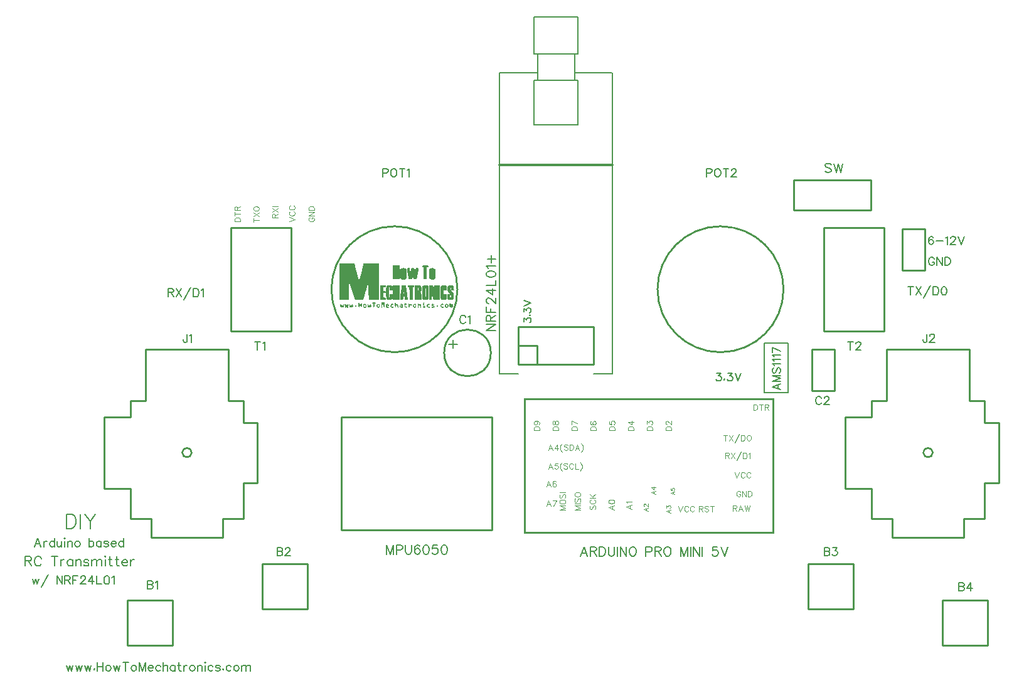
<source format=gto>
G04 Layer: TopSilkLayer*
G04 EasyEDA v6.3.41, 2020-05-08T09:10:35+02:00*
G04 d89a9af8d5c5437eb0be35cb3310ab06,10*
G04 Gerber Generator version 0.2*
G04 Scale: 100 percent, Rotated: No, Reflected: No *
G04 Dimensions in millimeters *
G04 leading zeros omitted , absolute positions ,3 integer and 3 decimal *
%FSLAX33Y33*%
%MOMM*%
G90*
G71D02*

%ADD10C,0.254000*%
%ADD11C,0.299999*%
%ADD33C,0.200000*%
%ADD34C,0.253999*%
%ADD35C,0.200660*%
%ADD36C,0.100000*%
%ADD37C,0.180000*%
%ADD38C,0.177800*%
%ADD39C,0.203200*%
%ADD40C,0.150012*%

%LPD*%

%LPD*%
G36*
G01X59847Y56175D02*
G01X59654Y56175D01*
G01X59579Y56172D01*
G01X59518Y56161D01*
G01X59477Y56146D01*
G01X59461Y56127D01*
G01X59462Y56115D01*
G01X59465Y56090D01*
G01X59471Y56054D01*
G01X59478Y56007D01*
G01X59487Y55952D01*
G01X59497Y55888D01*
G01X59509Y55817D01*
G01X59522Y55738D01*
G01X59536Y55654D01*
G01X59551Y55566D01*
G01X59567Y55474D01*
G01X59584Y55379D01*
G01X59600Y55284D01*
G01X59617Y55192D01*
G01X59632Y55105D01*
G01X59646Y55024D01*
G01X59659Y54947D01*
G01X59671Y54879D01*
G01X59681Y54818D01*
G01X59690Y54765D01*
G01X59698Y54723D01*
G01X59703Y54691D01*
G01X59706Y54670D01*
G01X59707Y54661D01*
G01X59725Y54656D01*
G01X59776Y54654D01*
G01X59850Y54656D01*
G01X59941Y54660D01*
G01X60070Y54672D01*
G01X60142Y54695D01*
G01X60176Y54741D01*
G01X60190Y54823D01*
G01X60201Y54900D01*
G01X60216Y54956D01*
G01X60232Y54991D01*
G01X60249Y55006D01*
G01X60267Y54999D01*
G01X60285Y54971D01*
G01X60301Y54921D01*
G01X60316Y54850D01*
G01X60326Y54785D01*
G01X60338Y54735D01*
G01X60351Y54699D01*
G01X60371Y54676D01*
G01X60400Y54661D01*
G01X60440Y54654D01*
G01X60496Y54651D01*
G01X60568Y54651D01*
G01X60654Y54652D01*
G01X60724Y54655D01*
G01X60771Y54659D01*
G01X60789Y54664D01*
G01X60790Y54672D01*
G01X60793Y54693D01*
G01X60799Y54725D01*
G01X60806Y54767D01*
G01X60815Y54819D01*
G01X60825Y54880D01*
G01X60837Y54948D01*
G01X60850Y55024D01*
G01X60864Y55105D01*
G01X60879Y55192D01*
G01X60895Y55284D01*
G01X60912Y55379D01*
G01X60928Y55474D01*
G01X60945Y55566D01*
G01X60960Y55654D01*
G01X60974Y55738D01*
G01X60987Y55817D01*
G01X60999Y55888D01*
G01X61009Y55952D01*
G01X61018Y56007D01*
G01X61025Y56054D01*
G01X61031Y56090D01*
G01X61034Y56115D01*
G01X61035Y56127D01*
G01X61020Y56146D01*
G01X60978Y56161D01*
G01X60917Y56172D01*
G01X60842Y56175D01*
G01X60648Y56175D01*
G01X60615Y55905D01*
G01X60600Y55813D01*
G01X60581Y55743D01*
G01X60562Y55695D01*
G01X60542Y55669D01*
G01X60524Y55668D01*
G01X60508Y55692D01*
G01X60498Y55743D01*
G01X60493Y55822D01*
G01X60491Y55920D01*
G01X60482Y55998D01*
G01X60467Y56060D01*
G01X60444Y56107D01*
G01X60412Y56139D01*
G01X60370Y56160D01*
G01X60315Y56172D01*
G01X60248Y56175D01*
G01X60181Y56172D01*
G01X60126Y56160D01*
G01X60084Y56139D01*
G01X60052Y56107D01*
G01X60029Y56060D01*
G01X60014Y55998D01*
G01X60005Y55920D01*
G01X60003Y55822D01*
G01X59999Y55743D01*
G01X59988Y55692D01*
G01X59973Y55668D01*
G01X59954Y55669D01*
G01X59934Y55695D01*
G01X59914Y55743D01*
G01X59896Y55813D01*
G01X59881Y55905D01*
G01X59847Y56175D01*
G37*

%LPD*%
G36*
G01X62115Y56519D02*
G01X61969Y56520D01*
G01X61824Y56519D01*
G01X61715Y56518D01*
G01X61636Y56513D01*
G01X61583Y56504D01*
G01X61551Y56489D01*
G01X61534Y56467D01*
G01X61528Y56437D01*
G01X61527Y56397D01*
G01X61532Y56339D01*
G01X61549Y56301D01*
G01X61579Y56280D01*
G01X61625Y56274D01*
G01X61642Y56273D01*
G01X61656Y56271D01*
G01X61669Y56266D01*
G01X61680Y56256D01*
G01X61690Y56242D01*
G01X61698Y56222D01*
G01X61704Y56195D01*
G01X61710Y56160D01*
G01X61714Y56116D01*
G01X61717Y56061D01*
G01X61720Y55995D01*
G01X61721Y55918D01*
G01X61722Y55826D01*
G01X61723Y55720D01*
G01X61723Y54651D01*
G01X62166Y54651D01*
G01X62166Y56274D01*
G01X62289Y56274D01*
G01X62350Y56279D01*
G01X62387Y56298D01*
G01X62407Y56336D01*
G01X62412Y56397D01*
G01X62411Y56437D01*
G01X62405Y56467D01*
G01X62388Y56489D01*
G01X62355Y56504D01*
G01X62303Y56513D01*
G01X62224Y56518D01*
G01X62115Y56519D01*
G37*

%LPD*%
G36*
G01X57986Y56520D02*
G01X57543Y56520D01*
G01X57543Y54651D01*
G01X57986Y54651D01*
G01X57986Y55093D01*
G01X57987Y55188D01*
G01X57989Y55273D01*
G01X57994Y55349D01*
G01X57999Y55413D01*
G01X58006Y55465D01*
G01X58015Y55504D01*
G01X58024Y55527D01*
G01X58035Y55536D01*
G01X58046Y55527D01*
G01X58055Y55504D01*
G01X58063Y55465D01*
G01X58070Y55413D01*
G01X58076Y55349D01*
G01X58081Y55273D01*
G01X58083Y55188D01*
G01X58084Y55093D01*
G01X58084Y54651D01*
G01X58305Y54651D01*
G01X58421Y54654D01*
G01X58488Y54668D01*
G01X58519Y54700D01*
G01X58527Y54754D01*
G01X58528Y54812D01*
G01X58539Y54829D01*
G01X58566Y54807D01*
G01X58619Y54744D01*
G01X58647Y54712D01*
G01X58677Y54686D01*
G01X58709Y54666D01*
G01X58746Y54651D01*
G01X58789Y54641D01*
G01X58842Y54634D01*
G01X58906Y54630D01*
G01X58983Y54629D01*
G01X59042Y54630D01*
G01X59096Y54631D01*
G01X59144Y54633D01*
G01X59187Y54638D01*
G01X59225Y54645D01*
G01X59259Y54655D01*
G01X59288Y54668D01*
G01X59313Y54685D01*
G01X59335Y54707D01*
G01X59353Y54734D01*
G01X59368Y54766D01*
G01X59381Y54805D01*
G01X59390Y54849D01*
G01X59398Y54902D01*
G01X59403Y54961D01*
G01X59407Y55029D01*
G01X59409Y55105D01*
G01X59411Y55191D01*
G01X59412Y55286D01*
G01X59412Y55529D01*
G01X59411Y55646D01*
G01X59409Y55743D01*
G01X59406Y55824D01*
G01X59402Y55889D01*
G01X59396Y55941D01*
G01X59388Y55983D01*
G01X59377Y56016D01*
G01X59363Y56042D01*
G01X59346Y56062D01*
G01X59327Y56081D01*
G01X59303Y56098D01*
G01X59256Y56126D01*
G01X59204Y56148D01*
G01X59147Y56163D01*
G01X59087Y56173D01*
G01X59025Y56178D01*
G01X58963Y56176D01*
G01X58902Y56169D01*
G01X58842Y56157D01*
G01X58786Y56139D01*
G01X58734Y56116D01*
G01X58687Y56088D01*
G01X58647Y56054D01*
G01X58527Y55934D01*
G01X58527Y56520D01*
G01X58084Y56520D01*
G01X58084Y56151D01*
G01X58083Y56074D01*
G01X58081Y56003D01*
G01X58076Y55940D01*
G01X58070Y55886D01*
G01X58063Y55842D01*
G01X58055Y55809D01*
G01X58045Y55789D01*
G01X58035Y55782D01*
G01X58025Y55789D01*
G01X58015Y55809D01*
G01X58007Y55842D01*
G01X58000Y55886D01*
G01X57994Y55940D01*
G01X57989Y56003D01*
G01X57987Y56074D01*
G01X57986Y56151D01*
G01X57986Y56520D01*
G37*

%LPC*%
G36*
G01X59002Y55738D02*
G01X58999Y55755D01*
G01X58995Y55748D01*
G01X58993Y55719D01*
G01X58990Y55671D01*
G01X58989Y55603D01*
G01X58988Y55516D01*
G01X58988Y55310D01*
G01X58989Y55225D01*
G01X58991Y55160D01*
G01X58993Y55114D01*
G01X58995Y55091D01*
G01X58999Y55089D01*
G01X59002Y55110D01*
G01X59006Y55157D01*
G01X59009Y55219D01*
G01X59011Y55287D01*
G01X59013Y55359D01*
G01X59013Y55433D01*
G01X59012Y55506D01*
G01X59011Y55576D01*
G01X59009Y55640D01*
G01X59006Y55698D01*
G01X59002Y55738D01*
G37*

%LPD*%
G36*
G01X62910Y56176D02*
G01X62848Y56178D01*
G01X62786Y56173D01*
G01X62726Y56163D01*
G01X62669Y56148D01*
G01X62617Y56126D01*
G01X62570Y56098D01*
G01X62546Y56081D01*
G01X62527Y56062D01*
G01X62510Y56042D01*
G01X62496Y56015D01*
G01X62485Y55982D01*
G01X62477Y55940D01*
G01X62471Y55888D01*
G01X62467Y55821D01*
G01X62464Y55740D01*
G01X62462Y55641D01*
G01X62462Y55523D01*
G01X62461Y55383D01*
G01X62461Y54744D01*
G01X62639Y54669D01*
G01X62698Y54649D01*
G01X62759Y54633D01*
G01X62821Y54624D01*
G01X62883Y54620D01*
G01X62944Y54621D01*
G01X63004Y54627D01*
G01X63061Y54638D01*
G01X63114Y54654D01*
G01X63163Y54675D01*
G01X63207Y54700D01*
G01X63243Y54730D01*
G01X63273Y54764D01*
G01X63286Y54786D01*
G01X63297Y54811D01*
G01X63307Y54841D01*
G01X63316Y54877D01*
G01X63324Y54917D01*
G01X63330Y54965D01*
G01X63335Y55018D01*
G01X63339Y55079D01*
G01X63342Y55147D01*
G01X63345Y55223D01*
G01X63346Y55308D01*
G01X63346Y55517D01*
G01X63345Y55615D01*
G01X63343Y55698D01*
G01X63340Y55768D01*
G01X63335Y55825D01*
G01X63329Y55873D01*
G01X63319Y55913D01*
G01X63307Y55946D01*
G01X63292Y55975D01*
G01X63274Y56001D01*
G01X63252Y56027D01*
G01X63226Y56054D01*
G01X63186Y56088D01*
G01X63139Y56116D01*
G01X63087Y56139D01*
G01X63031Y56157D01*
G01X62971Y56169D01*
G01X62910Y56176D01*
G37*

%LPC*%
G36*
G01X62887Y55738D02*
G01X62884Y55755D01*
G01X62881Y55748D01*
G01X62878Y55719D01*
G01X62876Y55671D01*
G01X62875Y55603D01*
G01X62874Y55516D01*
G01X62873Y55413D01*
G01X62874Y55310D01*
G01X62875Y55225D01*
G01X62876Y55160D01*
G01X62879Y55114D01*
G01X62881Y55091D01*
G01X62884Y55089D01*
G01X62887Y55110D01*
G01X62891Y55157D01*
G01X62894Y55219D01*
G01X62896Y55287D01*
G01X62898Y55359D01*
G01X62898Y55506D01*
G01X62896Y55576D01*
G01X62894Y55640D01*
G01X62891Y55698D01*
G01X62887Y55738D01*
G37*

%LPD*%
G36*
G01X62942Y53864D02*
G01X62461Y53864D01*
G01X62461Y51896D01*
G01X62805Y51896D01*
G01X62810Y52327D01*
G01X62812Y52450D01*
G01X62814Y52544D01*
G01X62817Y52610D01*
G01X62822Y52650D01*
G01X62829Y52666D01*
G01X62837Y52659D01*
G01X62849Y52631D01*
G01X62862Y52585D01*
G01X62874Y52545D01*
G01X62887Y52498D01*
G01X62918Y52388D01*
G01X62952Y52269D01*
G01X62969Y52210D01*
G01X62984Y52155D01*
G01X63058Y51896D01*
G01X63937Y51896D01*
G01X63937Y53864D01*
G01X63150Y53864D01*
G01X63145Y53483D01*
G01X63140Y53101D01*
G01X63041Y53483D01*
G01X62942Y53864D01*
G37*

%LPD*%
G36*
G01X60445Y53864D02*
G01X59609Y53864D01*
G01X59609Y53716D01*
G01X59613Y53645D01*
G01X59629Y53599D01*
G01X59659Y53576D01*
G01X59707Y53569D01*
G01X59723Y53568D01*
G01X59738Y53566D01*
G01X59751Y53560D01*
G01X59762Y53551D01*
G01X59772Y53537D01*
G01X59780Y53516D01*
G01X59786Y53488D01*
G01X59791Y53452D01*
G01X59796Y53406D01*
G01X59799Y53350D01*
G01X59802Y53283D01*
G01X59803Y53202D01*
G01X59804Y53108D01*
G01X59805Y52999D01*
G01X59805Y51896D01*
G01X60248Y51896D01*
G01X60248Y52999D01*
G01X60249Y53108D01*
G01X60250Y53202D01*
G01X60252Y53283D01*
G01X60254Y53350D01*
G01X60257Y53406D01*
G01X60262Y53452D01*
G01X60267Y53488D01*
G01X60274Y53516D01*
G01X60282Y53537D01*
G01X60291Y53551D01*
G01X60302Y53560D01*
G01X60315Y53566D01*
G01X60329Y53568D01*
G01X60346Y53569D01*
G01X60394Y53576D01*
G01X60424Y53599D01*
G01X60440Y53645D01*
G01X60445Y53716D01*
G01X60445Y53864D01*
G37*

%LPD*%
G36*
G01X56608Y53864D02*
G01X55821Y53864D01*
G01X55821Y51896D01*
G01X56608Y51896D01*
G01X56608Y52044D01*
G01X56604Y52124D01*
G01X56582Y52169D01*
G01X56530Y52187D01*
G01X56437Y52191D01*
G01X56264Y52191D01*
G01X56264Y52831D01*
G01X56437Y52831D01*
G01X56527Y52835D01*
G01X56579Y52852D01*
G01X56603Y52889D01*
G01X56608Y52954D01*
G01X56603Y53018D01*
G01X56579Y53056D01*
G01X56527Y53073D01*
G01X56437Y53077D01*
G01X56264Y53077D01*
G01X56264Y53569D01*
G01X56437Y53569D01*
G01X56530Y53573D01*
G01X56582Y53591D01*
G01X56604Y53636D01*
G01X56608Y53716D01*
G01X56608Y53864D01*
G37*

%LPD*%
G36*
G01X52362Y56815D02*
G01X50363Y56815D01*
G01X50363Y51896D01*
G01X51592Y51896D01*
G01X51600Y54429D01*
G01X52451Y51896D01*
G01X53555Y51896D01*
G01X53624Y52130D01*
G01X53631Y52152D01*
G01X53639Y52181D01*
G01X53649Y52215D01*
G01X53661Y52255D01*
G01X53674Y52300D01*
G01X53688Y52350D01*
G01X53704Y52404D01*
G01X53721Y52462D01*
G01X53739Y52524D01*
G01X53758Y52590D01*
G01X53778Y52659D01*
G01X53799Y52730D01*
G01X53820Y52805D01*
G01X53842Y52881D01*
G01X53888Y53039D01*
G01X53911Y53121D01*
G01X53959Y53285D01*
G01X53983Y53368D01*
G01X54273Y54372D01*
G01X54286Y53134D01*
G01X54298Y51896D01*
G01X55674Y51896D01*
G01X55674Y56815D01*
G01X54496Y56815D01*
G01X54363Y56814D01*
G01X54139Y56814D01*
G01X54046Y56813D01*
G01X53965Y56812D01*
G01X53894Y56810D01*
G01X53833Y56808D01*
G01X53780Y56805D01*
G01X53737Y56801D01*
G01X53701Y56796D01*
G01X53672Y56790D01*
G01X53648Y56784D01*
G01X53629Y56777D01*
G01X53616Y56768D01*
G01X53606Y56758D01*
G01X53598Y56747D01*
G01X53592Y56734D01*
G01X53588Y56720D01*
G01X53584Y56704D01*
G01X53554Y56575D01*
G01X53524Y56450D01*
G01X53496Y56330D01*
G01X53468Y56214D01*
G01X53442Y56102D01*
G01X53416Y55994D01*
G01X53391Y55891D01*
G01X53368Y55792D01*
G01X53345Y55697D01*
G01X53323Y55606D01*
G01X53302Y55519D01*
G01X53281Y55436D01*
G01X53262Y55356D01*
G01X53243Y55281D01*
G01X53226Y55209D01*
G01X53208Y55141D01*
G01X53192Y55076D01*
G01X53177Y55015D01*
G01X53162Y54958D01*
G01X53148Y54905D01*
G01X53135Y54854D01*
G01X53122Y54807D01*
G01X53110Y54763D01*
G01X53099Y54723D01*
G01X53089Y54686D01*
G01X53079Y54652D01*
G01X53070Y54621D01*
G01X53062Y54593D01*
G01X53053Y54568D01*
G01X53046Y54547D01*
G01X53040Y54528D01*
G01X53034Y54512D01*
G01X53028Y54499D01*
G01X53023Y54488D01*
G01X53018Y54480D01*
G01X53014Y54475D01*
G01X53011Y54472D01*
G01X53008Y54472D01*
G01X53006Y54475D01*
G01X53004Y54480D01*
G01X53000Y54492D01*
G01X52995Y54510D01*
G01X52988Y54536D01*
G01X52979Y54568D01*
G01X52969Y54606D01*
G01X52956Y54650D01*
G01X52943Y54699D01*
G01X52927Y54754D01*
G01X52911Y54813D01*
G01X52893Y54877D01*
G01X52875Y54945D01*
G01X52855Y55017D01*
G01X52834Y55093D01*
G01X52812Y55172D01*
G01X52790Y55254D01*
G01X52767Y55338D01*
G01X52743Y55425D01*
G01X52719Y55514D01*
G01X52694Y55604D01*
G01X52669Y55696D01*
G01X52362Y56815D01*
G37*

%LPD*%
G36*
G01X59173Y53866D02*
G01X59145Y53866D01*
G01X59114Y53865D01*
G01X59080Y53864D01*
G01X59042Y53864D01*
G01X58938Y53860D01*
G01X58852Y53851D01*
G01X58794Y53836D01*
G01X58772Y53819D01*
G01X58772Y53810D01*
G01X58770Y53793D01*
G01X58767Y53768D01*
G01X58763Y53735D01*
G01X58758Y53696D01*
G01X58752Y53649D01*
G01X58745Y53597D01*
G01X58736Y53539D01*
G01X58728Y53476D01*
G01X58718Y53409D01*
G01X58708Y53336D01*
G01X58697Y53261D01*
G01X58686Y53182D01*
G01X58674Y53100D01*
G01X58662Y53015D01*
G01X58650Y52929D01*
G01X58630Y52798D01*
G01X58613Y52678D01*
G01X58597Y52569D01*
G01X58583Y52471D01*
G01X58571Y52382D01*
G01X58560Y52304D01*
G01X58551Y52234D01*
G01X58544Y52173D01*
G01X58540Y52119D01*
G01X58537Y52073D01*
G01X58536Y52033D01*
G01X58537Y52000D01*
G01X58539Y51973D01*
G01X58545Y51951D01*
G01X58552Y51933D01*
G01X58561Y51920D01*
G01X58573Y51910D01*
G01X58587Y51903D01*
G01X58603Y51899D01*
G01X58621Y51897D01*
G01X58642Y51896D01*
G01X58718Y51896D01*
G01X58790Y51899D01*
G01X58847Y51908D01*
G01X58891Y51927D01*
G01X58923Y51956D01*
G01X58946Y51997D01*
G01X58960Y52054D01*
G01X58967Y52128D01*
G01X58969Y52220D01*
G01X58974Y52293D01*
G01X58986Y52345D01*
G01X59008Y52377D01*
G01X59037Y52388D01*
G01X59064Y52381D01*
G01X59088Y52362D01*
G01X59110Y52331D01*
G01X59129Y52289D01*
G01X59144Y52237D01*
G01X59155Y52176D01*
G01X59163Y52108D01*
G01X59165Y52032D01*
G01X59171Y51957D01*
G01X59199Y51916D01*
G01X59266Y51900D01*
G01X59391Y51896D01*
G01X59519Y51899D01*
G01X59583Y51915D01*
G01X59600Y51955D01*
G01X59590Y52032D01*
G01X59585Y52057D01*
G01X59579Y52094D01*
G01X59571Y52142D01*
G01X59562Y52201D01*
G01X59552Y52269D01*
G01X59541Y52344D01*
G01X59529Y52426D01*
G01X59516Y52515D01*
G01X59503Y52607D01*
G01X59489Y52705D01*
G01X59476Y52804D01*
G01X59462Y52905D01*
G01X59445Y53031D01*
G01X59429Y53145D01*
G01X59415Y53249D01*
G01X59402Y53342D01*
G01X59391Y53425D01*
G01X59380Y53499D01*
G01X59369Y53565D01*
G01X59359Y53621D01*
G01X59349Y53671D01*
G01X59338Y53713D01*
G01X59328Y53749D01*
G01X59316Y53779D01*
G01X59304Y53804D01*
G01X59291Y53823D01*
G01X59276Y53838D01*
G01X59259Y53849D01*
G01X59241Y53857D01*
G01X59221Y53862D01*
G01X59198Y53865D01*
G01X59173Y53866D01*
G37*

%LPC*%
G36*
G01X59051Y52892D02*
G01X59041Y52907D01*
G01X59034Y52900D01*
G01X59028Y52874D01*
G01X59026Y52831D01*
G01X59028Y52788D01*
G01X59034Y52762D01*
G01X59041Y52755D01*
G01X59051Y52770D01*
G01X59058Y52798D01*
G01X59061Y52831D01*
G01X59058Y52864D01*
G01X59051Y52892D01*
G37*

%LPD*%
G36*
G01X60863Y53864D02*
G01X60494Y53864D01*
G01X60494Y51896D01*
G01X60937Y51896D01*
G01X60937Y52458D01*
G01X60939Y52533D01*
G01X60942Y52598D01*
G01X60946Y52655D01*
G01X60951Y52702D01*
G01X60956Y52741D01*
G01X60962Y52770D01*
G01X60969Y52790D01*
G01X60976Y52801D01*
G01X60983Y52803D01*
G01X60990Y52796D01*
G01X60998Y52781D01*
G01X61005Y52756D01*
G01X61012Y52723D01*
G01X61019Y52681D01*
G01X61026Y52629D01*
G01X61032Y52570D01*
G01X61037Y52501D01*
G01X61041Y52425D01*
G01X61045Y52339D01*
G01X61059Y51921D01*
G01X61459Y51892D01*
G01X61438Y52349D01*
G01X61432Y52460D01*
G01X61424Y52557D01*
G01X61415Y52643D01*
G01X61404Y52715D01*
G01X61392Y52776D01*
G01X61377Y52825D01*
G01X61361Y52864D01*
G01X61343Y52890D01*
G01X61306Y52937D01*
G01X61295Y52973D01*
G01X61309Y53009D01*
G01X61349Y53053D01*
G01X61384Y53105D01*
G01X61409Y53179D01*
G01X61424Y53278D01*
G01X61428Y53400D01*
G01X61427Y53470D01*
G01X61424Y53532D01*
G01X61417Y53587D01*
G01X61407Y53637D01*
G01X61393Y53680D01*
G01X61374Y53718D01*
G01X61352Y53750D01*
G01X61324Y53778D01*
G01X61290Y53801D01*
G01X61250Y53820D01*
G01X61204Y53834D01*
G01X61151Y53846D01*
G01X61091Y53854D01*
G01X61023Y53860D01*
G01X60947Y53863D01*
G01X60863Y53864D01*
G37*

%LPC*%
G36*
G01X61005Y53519D02*
G01X60986Y53544D01*
G01X60965Y53541D01*
G01X60950Y53505D01*
G01X60940Y53439D01*
G01X60937Y53347D01*
G01X60940Y53255D01*
G01X60950Y53190D01*
G01X60965Y53154D01*
G01X60986Y53151D01*
G01X61005Y53175D01*
G01X61020Y53221D01*
G01X61031Y53280D01*
G01X61035Y53347D01*
G01X61031Y53414D01*
G01X61020Y53474D01*
G01X61005Y53519D01*
G37*

%LPD*%
G36*
G01X64520Y53862D02*
G01X64437Y53864D01*
G01X64371Y53862D01*
G01X64312Y53859D01*
G01X64261Y53852D01*
G01X64217Y53842D01*
G01X64178Y53829D01*
G01X64144Y53811D01*
G01X64113Y53791D01*
G01X64084Y53765D01*
G01X64068Y53748D01*
G01X64054Y53731D01*
G01X64041Y53712D01*
G01X64031Y53690D01*
G01X64021Y53665D01*
G01X64013Y53635D01*
G01X64006Y53599D01*
G01X64001Y53557D01*
G01X63997Y53508D01*
G01X63993Y53449D01*
G01X63991Y53381D01*
G01X63989Y53303D01*
G01X63987Y53213D01*
G01X63986Y53110D01*
G01X63986Y52750D01*
G01X63987Y52646D01*
G01X63988Y52551D01*
G01X63989Y52464D01*
G01X63992Y52385D01*
G01X63995Y52313D01*
G01X64000Y52248D01*
G01X64006Y52190D01*
G01X64014Y52139D01*
G01X64023Y52093D01*
G01X64034Y52054D01*
G01X64048Y52019D01*
G01X64063Y51989D01*
G01X64081Y51964D01*
G01X64101Y51943D01*
G01X64124Y51925D01*
G01X64150Y51912D01*
G01X64179Y51900D01*
G01X64211Y51892D01*
G01X64246Y51886D01*
G01X64285Y51881D01*
G01X64327Y51878D01*
G01X64374Y51876D01*
G01X64424Y51875D01*
G01X64487Y51876D01*
G01X64545Y51879D01*
G01X64597Y51885D01*
G01X64643Y51895D01*
G01X64685Y51908D01*
G01X64721Y51925D01*
G01X64753Y51947D01*
G01X64781Y51972D01*
G01X64803Y52002D01*
G01X64823Y52038D01*
G01X64838Y52079D01*
G01X64851Y52125D01*
G01X64860Y52177D01*
G01X64866Y52236D01*
G01X64870Y52300D01*
G01X64871Y52371D01*
G01X64871Y52683D01*
G01X64478Y52683D01*
G01X64478Y52437D01*
G01X64474Y52342D01*
G01X64463Y52264D01*
G01X64447Y52211D01*
G01X64429Y52191D01*
G01X64421Y52197D01*
G01X64414Y52213D01*
G01X64408Y52239D01*
G01X64402Y52275D01*
G01X64397Y52321D01*
G01X64392Y52376D01*
G01X64388Y52440D01*
G01X64385Y52512D01*
G01X64383Y52593D01*
G01X64381Y52681D01*
G01X64380Y52777D01*
G01X64379Y52880D01*
G01X64380Y52983D01*
G01X64381Y53079D01*
G01X64383Y53167D01*
G01X64385Y53248D01*
G01X64388Y53320D01*
G01X64392Y53384D01*
G01X64397Y53439D01*
G01X64402Y53485D01*
G01X64408Y53521D01*
G01X64414Y53547D01*
G01X64421Y53563D01*
G01X64429Y53569D01*
G01X64447Y53551D01*
G01X64463Y53504D01*
G01X64474Y53433D01*
G01X64478Y53347D01*
G01X64478Y53126D01*
G01X64871Y53126D01*
G01X64871Y53413D01*
G01X64869Y53500D01*
G01X64863Y53574D01*
G01X64853Y53639D01*
G01X64837Y53693D01*
G01X64815Y53739D01*
G01X64787Y53776D01*
G01X64751Y53806D01*
G01X64707Y53829D01*
G01X64654Y53845D01*
G01X64592Y53856D01*
G01X64520Y53862D01*
G37*

%LPD*%
G36*
G01X57187Y53860D02*
G01X57120Y53865D01*
G01X57053Y53864D01*
G01X56987Y53859D01*
G01X56924Y53849D01*
G01X56865Y53833D01*
G01X56812Y53813D01*
G01X56767Y53787D01*
G01X56749Y53773D01*
G01X56732Y53760D01*
G01X56718Y53745D01*
G01X56705Y53727D01*
G01X56695Y53706D01*
G01X56686Y53679D01*
G01X56679Y53647D01*
G01X56673Y53607D01*
G01X56668Y53559D01*
G01X56664Y53502D01*
G01X56662Y53432D01*
G01X56660Y53352D01*
G01X56659Y53258D01*
G01X56658Y53150D01*
G01X56658Y52638D01*
G01X56659Y52533D01*
G01X56661Y52439D01*
G01X56664Y52356D01*
G01X56668Y52281D01*
G01X56673Y52216D01*
G01X56681Y52159D01*
G01X56689Y52110D01*
G01X56700Y52068D01*
G01X56714Y52032D01*
G01X56729Y52001D01*
G01X56748Y51976D01*
G01X56769Y51955D01*
G01X56793Y51937D01*
G01X56821Y51922D01*
G01X56853Y51909D01*
G01X56888Y51898D01*
G01X56927Y51887D01*
G01X56970Y51876D01*
G01X57039Y51867D01*
G01X57114Y51868D01*
G01X57193Y51879D01*
G01X57270Y51898D01*
G01X57343Y51925D01*
G01X57406Y51957D01*
G01X57458Y51994D01*
G01X57492Y52035D01*
G01X57517Y52075D01*
G01X57532Y52084D01*
G01X57539Y52062D01*
G01X57542Y52007D01*
G01X57549Y51949D01*
G01X57580Y51915D01*
G01X57647Y51900D01*
G01X57765Y51896D01*
G01X57986Y51896D01*
G01X57986Y52364D01*
G01X57987Y52464D01*
G01X57989Y52554D01*
G01X57994Y52634D01*
G01X57999Y52702D01*
G01X58006Y52756D01*
G01X58015Y52797D01*
G01X58024Y52822D01*
G01X58035Y52831D01*
G01X58046Y52822D01*
G01X58055Y52797D01*
G01X58063Y52756D01*
G01X58070Y52702D01*
G01X58076Y52634D01*
G01X58081Y52554D01*
G01X58083Y52464D01*
G01X58084Y52364D01*
G01X58084Y51896D01*
G01X58477Y51896D01*
G01X58477Y53864D01*
G01X58084Y53864D01*
G01X58084Y53470D01*
G01X58083Y53387D01*
G01X58081Y53312D01*
G01X58076Y53245D01*
G01X58070Y53188D01*
G01X58063Y53141D01*
G01X58055Y53106D01*
G01X58045Y53084D01*
G01X58035Y53077D01*
G01X58025Y53084D01*
G01X58015Y53106D01*
G01X58007Y53141D01*
G01X57999Y53188D01*
G01X57994Y53245D01*
G01X57989Y53312D01*
G01X57987Y53387D01*
G01X57986Y53470D01*
G01X57986Y53864D01*
G01X57765Y53864D01*
G01X57650Y53860D01*
G01X57583Y53846D01*
G01X57551Y53816D01*
G01X57543Y53765D01*
G01X57543Y53667D01*
G01X57445Y53765D01*
G01X57408Y53794D01*
G01X57363Y53818D01*
G01X57310Y53836D01*
G01X57250Y53851D01*
G01X57187Y53860D01*
G37*

%LPC*%
G36*
G01X57119Y53551D02*
G01X57101Y53569D01*
G01X57093Y53563D01*
G01X57086Y53547D01*
G01X57080Y53521D01*
G01X57074Y53485D01*
G01X57069Y53439D01*
G01X57065Y53384D01*
G01X57060Y53320D01*
G01X57057Y53248D01*
G01X57054Y53167D01*
G01X57053Y53079D01*
G01X57051Y52983D01*
G01X57051Y52777D01*
G01X57053Y52681D01*
G01X57054Y52593D01*
G01X57057Y52512D01*
G01X57060Y52440D01*
G01X57065Y52376D01*
G01X57069Y52321D01*
G01X57074Y52275D01*
G01X57080Y52239D01*
G01X57086Y52213D01*
G01X57093Y52197D01*
G01X57101Y52191D01*
G01X57119Y52211D01*
G01X57135Y52264D01*
G01X57146Y52342D01*
G01X57149Y52437D01*
G01X57149Y52683D01*
G01X57543Y52683D01*
G01X57543Y53126D01*
G01X57149Y53126D01*
G01X57149Y53347D01*
G01X57146Y53433D01*
G01X57135Y53504D01*
G01X57119Y53551D01*
G37*

%LPD*%
G36*
G01X65424Y53860D02*
G01X65359Y53861D01*
G01X65294Y53858D01*
G01X65231Y53852D01*
G01X65171Y53841D01*
G01X65116Y53827D01*
G01X65068Y53809D01*
G01X65029Y53787D01*
G01X64998Y53763D01*
G01X64973Y53736D01*
G01X64954Y53706D01*
G01X64940Y53669D01*
G01X64930Y53622D01*
G01X64924Y53564D01*
G01X64921Y53491D01*
G01X64920Y53401D01*
G01X64920Y53332D01*
G01X64922Y53272D01*
G01X64925Y53221D01*
G01X64931Y53175D01*
G01X64940Y53134D01*
G01X64953Y53096D01*
G01X64972Y53058D01*
G01X64996Y53019D01*
G01X65027Y52976D01*
G01X65065Y52929D01*
G01X65111Y52874D01*
G01X65166Y52811D01*
G01X65233Y52733D01*
G01X65287Y52665D01*
G01X65330Y52605D01*
G01X65362Y52552D01*
G01X65386Y52502D01*
G01X65401Y52455D01*
G01X65409Y52407D01*
G01X65412Y52357D01*
G01X65409Y52298D01*
G01X65403Y52253D01*
G01X65393Y52222D01*
G01X65381Y52203D01*
G01X65366Y52197D01*
G01X65350Y52203D01*
G01X65334Y52219D01*
G01X65318Y52247D01*
G01X65303Y52285D01*
G01X65291Y52332D01*
G01X65280Y52389D01*
G01X65274Y52454D01*
G01X65269Y52528D01*
G01X65263Y52585D01*
G01X65253Y52626D01*
G01X65239Y52653D01*
G01X65217Y52670D01*
G01X65187Y52679D01*
G01X65145Y52683D01*
G01X64920Y52683D01*
G01X64921Y52376D01*
G01X64924Y52252D01*
G01X64932Y52142D01*
G01X64944Y52057D01*
G01X64959Y52010D01*
G01X64991Y51974D01*
G01X65039Y51941D01*
G01X65098Y51914D01*
G01X65166Y51891D01*
G01X65239Y51875D01*
G01X65315Y51866D01*
G01X65390Y51865D01*
G01X65461Y51873D01*
G01X65528Y51887D01*
G01X65586Y51903D01*
G01X65636Y51923D01*
G01X65678Y51947D01*
G01X65713Y51976D01*
G01X65741Y52011D01*
G01X65763Y52053D01*
G01X65780Y52103D01*
G01X65792Y52161D01*
G01X65800Y52229D01*
G01X65804Y52307D01*
G01X65806Y52397D01*
G01X65805Y52473D01*
G01X65804Y52537D01*
G01X65802Y52592D01*
G01X65797Y52639D01*
G01X65789Y52681D01*
G01X65778Y52719D01*
G01X65763Y52754D01*
G01X65743Y52788D01*
G01X65717Y52824D01*
G01X65686Y52862D01*
G01X65648Y52905D01*
G01X65603Y52955D01*
G01X65399Y53175D01*
G01X65818Y53175D01*
G01X65795Y53453D01*
G01X65788Y53522D01*
G01X65779Y53582D01*
G01X65768Y53635D01*
G01X65755Y53681D01*
G01X65741Y53719D01*
G01X65723Y53751D01*
G01X65703Y53777D01*
G01X65681Y53797D01*
G01X65645Y53818D01*
G01X65599Y53834D01*
G01X65546Y53847D01*
G01X65487Y53856D01*
G01X65424Y53860D01*
G37*

%LPC*%
G36*
G01X65382Y53554D02*
G01X65363Y53569D01*
G01X65328Y53536D01*
G01X65316Y53457D01*
G01X65328Y53360D01*
G01X65363Y53273D01*
G01X65385Y53249D01*
G01X65400Y53257D01*
G01X65408Y53301D01*
G01X65412Y53384D01*
G01X65407Y53456D01*
G01X65397Y53514D01*
G01X65382Y53554D01*
G37*

%LPD*%
G36*
G01X62023Y53868D02*
G01X61950Y53870D01*
G01X61878Y53867D01*
G01X61809Y53858D01*
G01X61743Y53842D01*
G01X61685Y53821D01*
G01X61635Y53794D01*
G01X61596Y53760D01*
G01X61581Y53742D01*
G01X61567Y53724D01*
G01X61556Y53704D01*
G01X61546Y53680D01*
G01X61537Y53653D01*
G01X61529Y53622D01*
G01X61523Y53585D01*
G01X61517Y53541D01*
G01X61513Y53490D01*
G01X61510Y53431D01*
G01X61507Y53362D01*
G01X61505Y53283D01*
G01X61503Y53193D01*
G01X61502Y53091D01*
G01X61502Y52598D01*
G01X61503Y52495D01*
G01X61504Y52404D01*
G01X61507Y52326D01*
G01X61509Y52258D01*
G01X61513Y52201D01*
G01X61517Y52152D01*
G01X61522Y52111D01*
G01X61529Y52077D01*
G01X61536Y52049D01*
G01X61545Y52026D01*
G01X61556Y52008D01*
G01X61568Y51992D01*
G01X61581Y51979D01*
G01X61597Y51967D01*
G01X61640Y51938D01*
G01X61686Y51915D01*
G01X61734Y51895D01*
G01X61783Y51881D01*
G01X61834Y51870D01*
G01X61885Y51864D01*
G01X61938Y51863D01*
G01X61992Y51867D01*
G01X62044Y51875D01*
G01X62097Y51888D01*
G01X62150Y51906D01*
G01X62201Y51928D01*
G01X62387Y52019D01*
G01X62401Y52842D01*
G01X62403Y52978D01*
G01X62405Y53099D01*
G01X62406Y53205D01*
G01X62406Y53298D01*
G01X62405Y53378D01*
G01X62404Y53448D01*
G01X62401Y53507D01*
G01X62398Y53557D01*
G01X62392Y53599D01*
G01X62386Y53635D01*
G01X62379Y53664D01*
G01X62369Y53689D01*
G01X62358Y53710D01*
G01X62346Y53729D01*
G01X62331Y53747D01*
G01X62315Y53764D01*
G01X62273Y53797D01*
G01X62221Y53824D01*
G01X62160Y53844D01*
G01X62094Y53859D01*
G01X62023Y53868D01*
G37*

%LPC*%
G36*
G01X61977Y53563D02*
G01X61969Y53569D01*
G01X61962Y53563D01*
G01X61955Y53547D01*
G01X61949Y53521D01*
G01X61943Y53485D01*
G01X61938Y53439D01*
G01X61933Y53384D01*
G01X61929Y53320D01*
G01X61926Y53248D01*
G01X61924Y53167D01*
G01X61922Y53079D01*
G01X61921Y52983D01*
G01X61920Y52880D01*
G01X61921Y52777D01*
G01X61922Y52681D01*
G01X61924Y52593D01*
G01X61926Y52512D01*
G01X61929Y52440D01*
G01X61933Y52376D01*
G01X61938Y52321D01*
G01X61943Y52275D01*
G01X61949Y52239D01*
G01X61955Y52213D01*
G01X61962Y52197D01*
G01X61969Y52191D01*
G01X61977Y52197D01*
G01X61984Y52213D01*
G01X61990Y52239D01*
G01X61996Y52275D01*
G01X62001Y52321D01*
G01X62005Y52376D01*
G01X62009Y52440D01*
G01X62012Y52512D01*
G01X62015Y52593D01*
G01X62017Y52681D01*
G01X62018Y52777D01*
G01X62019Y52880D01*
G01X62018Y52983D01*
G01X62017Y53079D01*
G01X62015Y53167D01*
G01X62012Y53248D01*
G01X62009Y53320D01*
G01X62005Y53384D01*
G01X62001Y53439D01*
G01X61996Y53485D01*
G01X61990Y53521D01*
G01X61984Y53547D01*
G01X61977Y53563D01*
G37*

%LPD*%
G36*
G01X61777Y51546D02*
G01X61748Y51552D01*
G01X61719Y51546D01*
G01X61696Y51531D01*
G01X61680Y51507D01*
G01X61674Y51478D01*
G01X61680Y51450D01*
G01X61696Y51426D01*
G01X61719Y51411D01*
G01X61748Y51405D01*
G01X61777Y51411D01*
G01X61800Y51426D01*
G01X61816Y51450D01*
G01X61822Y51478D01*
G01X61816Y51507D01*
G01X61800Y51531D01*
G01X61777Y51546D01*
G37*

%LPD*%
G36*
G01X63636Y51153D02*
G01X63592Y51159D01*
G01X63549Y51153D01*
G01X63519Y51134D01*
G01X63500Y51103D01*
G01X63494Y51060D01*
G01X63500Y51017D01*
G01X63519Y50986D01*
G01X63549Y50968D01*
G01X63592Y50962D01*
G01X63636Y50968D01*
G01X63666Y50986D01*
G01X63684Y51017D01*
G01X63691Y51060D01*
G01X63684Y51103D01*
G01X63666Y51134D01*
G01X63636Y51153D01*
G37*

%LPD*%
G36*
G01X52579Y51143D02*
G01X52517Y51153D01*
G01X52463Y51128D01*
G01X52428Y51069D01*
G01X52435Y51016D01*
G01X52479Y50977D01*
G01X52555Y50962D01*
G01X52613Y50967D01*
G01X52650Y50981D01*
G01X52666Y51007D01*
G01X52665Y51047D01*
G01X52634Y51106D01*
G01X52579Y51143D01*
G37*

%LPD*%
G36*
G01X55126Y51549D02*
G01X55010Y51552D01*
G01X54894Y51549D01*
G01X54827Y51534D01*
G01X54796Y51503D01*
G01X54789Y51449D01*
G01X54793Y51405D01*
G01X54806Y51377D01*
G01X54829Y51366D01*
G01X54860Y51373D01*
G01X54896Y51374D01*
G01X54920Y51339D01*
G01X54936Y51261D01*
G01X54946Y51131D01*
G01X54956Y51027D01*
G01X54971Y50941D01*
G01X54990Y50884D01*
G01X55010Y50862D01*
G01X55031Y50884D01*
G01X55049Y50941D01*
G01X55065Y51027D01*
G01X55074Y51131D01*
G01X55084Y51261D01*
G01X55100Y51339D01*
G01X55125Y51374D01*
G01X55160Y51373D01*
G01X55192Y51366D01*
G01X55214Y51377D01*
G01X55227Y51405D01*
G01X55232Y51449D01*
G01X55224Y51503D01*
G01X55193Y51534D01*
G01X55126Y51549D01*
G37*

%LPD*%
G36*
G01X53019Y51523D02*
G01X52978Y51534D01*
G01X52942Y51488D01*
G01X52932Y51452D01*
G01X52926Y51402D01*
G01X52924Y51343D01*
G01X52924Y51275D01*
G01X52926Y51204D01*
G01X52931Y51132D01*
G01X52938Y51062D01*
G01X52947Y50997D01*
G01X52957Y50940D01*
G01X52968Y50894D01*
G01X52981Y50864D01*
G01X52994Y50851D01*
G01X53014Y50857D01*
G01X53033Y50882D01*
G01X53048Y50922D01*
G01X53058Y50974D01*
G01X53073Y51034D01*
G01X53098Y51077D01*
G01X53130Y51104D01*
G01X53165Y51114D01*
G01X53201Y51108D01*
G01X53233Y51084D01*
G01X53259Y51043D01*
G01X53273Y50985D01*
G01X53282Y50930D01*
G01X53293Y50890D01*
G01X53304Y50865D01*
G01X53317Y50854D01*
G01X53330Y50857D01*
G01X53342Y50872D01*
G01X53354Y50900D01*
G01X53365Y50938D01*
G01X53374Y50985D01*
G01X53381Y51043D01*
G01X53386Y51109D01*
G01X53387Y51183D01*
G01X53386Y51257D01*
G01X53381Y51323D01*
G01X53374Y51381D01*
G01X53365Y51429D01*
G01X53354Y51467D01*
G01X53342Y51494D01*
G01X53330Y51510D01*
G01X53317Y51512D01*
G01X53304Y51502D01*
G01X53293Y51477D01*
G01X53282Y51437D01*
G01X53273Y51382D01*
G01X53258Y51325D01*
G01X53232Y51284D01*
G01X53199Y51259D01*
G01X53162Y51251D01*
G01X53127Y51258D01*
G01X53097Y51282D01*
G01X53075Y51321D01*
G01X53068Y51377D01*
G01X53053Y51468D01*
G01X53019Y51523D01*
G37*

%LPD*%
G36*
G01X54215Y51341D02*
G01X54194Y51355D01*
G01X54177Y51341D01*
G01X54163Y51301D01*
G01X54153Y51242D01*
G01X54150Y51171D01*
G01X54154Y51094D01*
G01X54164Y51019D01*
G01X54179Y50956D01*
G01X54197Y50914D01*
G01X54228Y50884D01*
G01X54277Y50860D01*
G01X54337Y50844D01*
G01X54402Y50835D01*
G01X54467Y50834D01*
G01X54527Y50840D01*
G01X54574Y50856D01*
G01X54604Y50881D01*
G01X54621Y50925D01*
G01X54633Y50991D01*
G01X54639Y51068D01*
G01X54639Y51150D01*
G01X54635Y51228D01*
G01X54625Y51293D01*
G01X54611Y51338D01*
G01X54592Y51355D01*
G01X54573Y51344D01*
G01X54558Y51312D01*
G01X54547Y51265D01*
G01X54539Y51151D01*
G01X54529Y51104D01*
G01X54513Y51072D01*
G01X54494Y51060D01*
G01X54475Y51066D01*
G01X54459Y51082D01*
G01X54448Y51105D01*
G01X54445Y51134D01*
G01X54429Y51196D01*
G01X54395Y51206D01*
G01X54359Y51171D01*
G01X54341Y51097D01*
G01X54336Y51060D01*
G01X54325Y51060D01*
G01X54309Y51097D01*
G01X54287Y51171D01*
G01X54264Y51242D01*
G01X54240Y51301D01*
G01X54215Y51341D01*
G37*

%LPD*%
G36*
G01X51756Y51341D02*
G01X51735Y51355D01*
G01X51717Y51341D01*
G01X51704Y51301D01*
G01X51694Y51242D01*
G01X51691Y51171D01*
G01X51695Y51094D01*
G01X51705Y51019D01*
G01X51720Y50956D01*
G01X51738Y50914D01*
G01X51769Y50884D01*
G01X51818Y50860D01*
G01X51878Y50844D01*
G01X51943Y50835D01*
G01X52008Y50834D01*
G01X52067Y50840D01*
G01X52115Y50856D01*
G01X52145Y50881D01*
G01X52162Y50925D01*
G01X52174Y50991D01*
G01X52180Y51068D01*
G01X52180Y51150D01*
G01X52176Y51228D01*
G01X52166Y51293D01*
G01X52152Y51338D01*
G01X52133Y51355D01*
G01X52114Y51344D01*
G01X52098Y51312D01*
G01X52088Y51265D01*
G01X52080Y51151D01*
G01X52069Y51104D01*
G01X52054Y51072D01*
G01X52035Y51060D01*
G01X52016Y51066D01*
G01X52000Y51082D01*
G01X51989Y51105D01*
G01X51986Y51134D01*
G01X51970Y51196D01*
G01X51936Y51206D01*
G01X51901Y51171D01*
G01X51882Y51097D01*
G01X51877Y51060D01*
G01X51866Y51060D01*
G01X51850Y51097D01*
G01X51828Y51171D01*
G01X51805Y51242D01*
G01X51780Y51301D01*
G01X51756Y51341D01*
G37*

%LPD*%
G36*
G01X50526Y51341D02*
G01X50505Y51355D01*
G01X50488Y51341D01*
G01X50474Y51301D01*
G01X50465Y51242D01*
G01X50462Y51171D01*
G01X50466Y51094D01*
G01X50476Y51019D01*
G01X50491Y50956D01*
G01X50508Y50914D01*
G01X50540Y50884D01*
G01X50588Y50860D01*
G01X50648Y50844D01*
G01X50714Y50835D01*
G01X50779Y50834D01*
G01X50838Y50840D01*
G01X50885Y50856D01*
G01X50915Y50881D01*
G01X50932Y50925D01*
G01X50944Y50991D01*
G01X50950Y51068D01*
G01X50951Y51150D01*
G01X50946Y51228D01*
G01X50937Y51293D01*
G01X50922Y51338D01*
G01X50904Y51355D01*
G01X50884Y51344D01*
G01X50869Y51312D01*
G01X50858Y51265D01*
G01X50854Y51208D01*
G01X50851Y51151D01*
G01X50840Y51104D01*
G01X50824Y51072D01*
G01X50805Y51060D01*
G01X50786Y51066D01*
G01X50770Y51082D01*
G01X50760Y51105D01*
G01X50756Y51134D01*
G01X50740Y51196D01*
G01X50706Y51206D01*
G01X50671Y51171D01*
G01X50653Y51097D01*
G01X50647Y51060D01*
G01X50637Y51060D01*
G01X50621Y51097D01*
G01X50598Y51171D01*
G01X50576Y51242D01*
G01X50551Y51301D01*
G01X50526Y51341D01*
G37*

%LPD*%
G36*
G01X57936Y51525D02*
G01X57894Y51530D01*
G01X57860Y51488D01*
G01X57850Y51452D01*
G01X57845Y51402D01*
G01X57842Y51343D01*
G01X57842Y51275D01*
G01X57844Y51204D01*
G01X57849Y51132D01*
G01X57856Y51063D01*
G01X57865Y50999D01*
G01X57875Y50944D01*
G01X57886Y50900D01*
G01X57899Y50872D01*
G01X57912Y50861D01*
G01X57933Y50873D01*
G01X57954Y50908D01*
G01X57972Y50959D01*
G01X57986Y51021D01*
G01X58002Y51090D01*
G01X58026Y51144D01*
G01X58058Y51181D01*
G01X58096Y51199D01*
G01X58139Y51199D01*
G01X58165Y51177D01*
G01X58179Y51127D01*
G01X58182Y51042D01*
G01X58186Y50979D01*
G01X58195Y50924D01*
G01X58210Y50880D01*
G01X58228Y50847D01*
G01X58248Y50829D01*
G01X58269Y50826D01*
G01X58289Y50841D01*
G01X58307Y50875D01*
G01X58314Y50916D01*
G01X58313Y50979D01*
G01X58306Y51056D01*
G01X58291Y51136D01*
G01X58265Y51238D01*
G01X58234Y51297D01*
G01X58189Y51323D01*
G01X58118Y51329D01*
G01X58058Y51333D01*
G01X58017Y51348D01*
G01X57993Y51374D01*
G01X57986Y51412D01*
G01X57971Y51484D01*
G01X57936Y51525D01*
G37*

%LPD*%
G36*
G01X58746Y51346D02*
G01X58686Y51349D01*
G01X58631Y51346D01*
G01X58588Y51338D01*
G01X58563Y51326D01*
G01X58543Y51285D01*
G01X58562Y51246D01*
G01X58613Y51217D01*
G01X58689Y51202D01*
G01X58732Y51198D01*
G01X58740Y51191D01*
G01X58713Y51180D01*
G01X58650Y51165D01*
G01X58574Y51143D01*
G01X58529Y51112D01*
G01X58508Y51063D01*
G01X58502Y50986D01*
G01X58507Y50904D01*
G01X58533Y50859D01*
G01X58596Y50839D01*
G01X58714Y50832D01*
G01X58925Y50825D01*
G01X58910Y51078D01*
G01X58905Y51158D01*
G01X58899Y51220D01*
G01X58890Y51265D01*
G01X58877Y51297D01*
G01X58857Y51319D01*
G01X58830Y51332D01*
G01X58794Y51340D01*
G01X58746Y51346D01*
G37*

%LPC*%
G36*
G01X58729Y51057D02*
G01X58702Y51060D01*
G01X58672Y51057D01*
G01X58643Y51046D01*
G01X58618Y51030D01*
G01X58600Y51011D01*
G01X58597Y50992D01*
G01X58609Y50976D01*
G01X58634Y50966D01*
G01X58671Y50962D01*
G01X58710Y50966D01*
G01X58743Y50976D01*
G01X58764Y50992D01*
G01X58772Y51011D01*
G01X58767Y51030D01*
G01X58752Y51046D01*
G01X58729Y51057D01*
G37*

%LPD*%
G36*
G01X62434Y51346D02*
G01X62364Y51346D01*
G01X62301Y51333D01*
G01X62246Y51307D01*
G01X62200Y51268D01*
G01X62162Y51218D01*
G01X62136Y51166D01*
G01X62123Y51113D01*
G01X62122Y51062D01*
G01X62132Y51012D01*
G01X62156Y50966D01*
G01X62190Y50923D01*
G01X62237Y50885D01*
G01X62288Y50858D01*
G01X62345Y50839D01*
G01X62403Y50828D01*
G01X62458Y50824D01*
G01X62508Y50828D01*
G01X62547Y50841D01*
G01X62573Y50860D01*
G01X62581Y50888D01*
G01X62569Y50909D01*
G01X62537Y50930D01*
G01X62490Y50949D01*
G01X62434Y50963D01*
G01X62367Y50982D01*
G01X62319Y51011D01*
G01X62291Y51046D01*
G01X62282Y51085D01*
G01X62292Y51124D01*
G01X62321Y51160D01*
G01X62369Y51189D01*
G01X62437Y51208D01*
G01X62499Y51223D01*
G01X62544Y51241D01*
G01X62571Y51261D01*
G01X62579Y51282D01*
G01X62570Y51302D01*
G01X62543Y51321D01*
G01X62497Y51335D01*
G01X62434Y51346D01*
G37*

%LPD*%
G36*
G01X59234Y51497D02*
G01X59215Y51503D01*
G01X59196Y51497D01*
G01X59180Y51482D01*
G01X59170Y51460D01*
G01X59166Y51433D01*
G01X59161Y51405D01*
G01X59148Y51378D01*
G01X59129Y51355D01*
G01X59105Y51341D01*
G01X59077Y51327D01*
G01X59068Y51310D01*
G01X59077Y51287D01*
G01X59105Y51253D01*
G01X59129Y51216D01*
G01X59148Y51160D01*
G01X59161Y51095D01*
G01X59166Y51027D01*
G01X59171Y50945D01*
G01X59190Y50891D01*
G01X59227Y50857D01*
G01X59286Y50836D01*
G01X59381Y50823D01*
G01X59451Y50837D01*
G01X59495Y50877D01*
G01X59510Y50941D01*
G01X59503Y50973D01*
G01X59482Y50989D01*
G01X59444Y50993D01*
G01X59387Y50982D01*
G01X59323Y50970D01*
G01X59286Y50979D01*
G01X59268Y51013D01*
G01X59264Y51079D01*
G01X59269Y51140D01*
G01X59286Y51179D01*
G01X59317Y51201D01*
G01X59363Y51208D01*
G01X59401Y51214D01*
G01X59432Y51229D01*
G01X59453Y51253D01*
G01X59461Y51282D01*
G01X59453Y51311D01*
G01X59432Y51334D01*
G01X59401Y51350D01*
G01X59363Y51355D01*
G01X59324Y51361D01*
G01X59293Y51377D01*
G01X59272Y51400D01*
G01X59264Y51429D01*
G01X59261Y51458D01*
G01X59250Y51481D01*
G01X59234Y51497D01*
G37*

%LPD*%
G36*
G01X51170Y51340D02*
G01X51134Y51355D01*
G01X51084Y51323D01*
G01X51074Y51293D01*
G01X51071Y51240D01*
G01X51074Y51169D01*
G01X51083Y51091D01*
G01X51097Y51011D01*
G01X51114Y50938D01*
G01X51133Y50880D01*
G01X51153Y50844D01*
G01X51175Y50829D01*
G01X51202Y50827D01*
G01X51231Y50835D01*
G01X51262Y50855D01*
G01X51296Y50878D01*
G01X51327Y50885D01*
G01X51356Y50877D01*
G01X51387Y50853D01*
G01X51420Y50828D01*
G01X51451Y50822D01*
G01X51480Y50833D01*
G01X51506Y50861D01*
G01X51529Y50906D01*
G01X51550Y50967D01*
G01X51567Y51044D01*
G01X51580Y51136D01*
G01X51590Y51250D01*
G01X51587Y51317D01*
G01X51570Y51347D01*
G01X51538Y51346D01*
G01X51509Y51324D01*
G01X51480Y51280D01*
G01X51456Y51222D01*
G01X51438Y51155D01*
G01X51425Y51091D01*
G01X51415Y51059D01*
G01X51406Y51061D01*
G01X51402Y51097D01*
G01X51395Y51140D01*
G01X51383Y51175D01*
G01X51365Y51199D01*
G01X51344Y51208D01*
G01X51321Y51199D01*
G01X51296Y51175D01*
G01X51271Y51140D01*
G01X51249Y51097D01*
G01X51226Y51046D01*
G01X51212Y51038D01*
G01X51205Y51078D01*
G01X51202Y51171D01*
G01X51193Y51279D01*
G01X51170Y51340D01*
G37*

%LPD*%
G36*
G01X61765Y51350D02*
G01X61699Y51355D01*
G01X61651Y51351D01*
G01X61612Y51341D01*
G01X61586Y51324D01*
G01X61576Y51304D01*
G01X61582Y51283D01*
G01X61597Y51261D01*
G01X61621Y51240D01*
G01X61650Y51226D01*
G01X61682Y51203D01*
G01X61706Y51168D01*
G01X61719Y51125D01*
G01X61723Y51079D01*
G01X61718Y51035D01*
G01X61703Y50998D01*
G01X61679Y50972D01*
G01X61646Y50962D01*
G01X61606Y50956D01*
G01X61585Y50943D01*
G01X61581Y50922D01*
G01X61591Y50899D01*
G01X61615Y50874D01*
G01X61650Y50852D01*
G01X61694Y50834D01*
G01X61745Y50823D01*
G01X61805Y50820D01*
G01X61857Y50826D01*
G01X61901Y50839D01*
G01X61933Y50857D01*
G01X61952Y50877D01*
G01X61955Y50900D01*
G01X61940Y50921D01*
G01X61904Y50941D01*
G01X61867Y50966D01*
G01X61841Y51011D01*
G01X61827Y51076D01*
G01X61822Y51164D01*
G01X61818Y51266D01*
G01X61802Y51324D01*
G01X61765Y51350D01*
G37*

%LPD*%
G36*
G01X60567Y51345D02*
G01X60505Y51346D01*
G01X60445Y51337D01*
G01X60394Y51321D01*
G01X60358Y51299D01*
G01X60335Y51262D01*
G01X60315Y51207D01*
G01X60302Y51142D01*
G01X60297Y51074D01*
G01X60303Y50992D01*
G01X60323Y50933D01*
G01X60362Y50888D01*
G01X60424Y50853D01*
G01X60492Y50828D01*
G01X60551Y50820D01*
G01X60601Y50828D01*
G01X60642Y50852D01*
G01X60674Y50893D01*
G01X60697Y50951D01*
G01X60710Y51025D01*
G01X60715Y51115D01*
G01X60711Y51235D01*
G01X60694Y51301D01*
G01X60650Y51332D01*
G01X60567Y51345D01*
G37*

%LPC*%
G36*
G01X60594Y51202D02*
G01X60546Y51208D01*
G01X60498Y51201D01*
G01X60467Y51181D01*
G01X60450Y51141D01*
G01X60445Y51081D01*
G01X60452Y51029D01*
G01X60471Y50993D01*
G01X60498Y50972D01*
G01X60530Y50968D01*
G01X60563Y50978D01*
G01X60593Y51004D01*
G01X60618Y51043D01*
G01X60633Y51098D01*
G01X60635Y51150D01*
G01X60623Y51184D01*
G01X60594Y51202D01*
G37*

%LPD*%
G36*
G01X55649Y51345D02*
G01X55587Y51346D01*
G01X55527Y51337D01*
G01X55476Y51321D01*
G01X55440Y51299D01*
G01X55417Y51262D01*
G01X55397Y51207D01*
G01X55384Y51142D01*
G01X55379Y51074D01*
G01X55385Y50992D01*
G01X55405Y50933D01*
G01X55444Y50888D01*
G01X55506Y50853D01*
G01X55574Y50828D01*
G01X55633Y50820D01*
G01X55683Y50828D01*
G01X55724Y50852D01*
G01X55756Y50893D01*
G01X55779Y50951D01*
G01X55793Y51025D01*
G01X55797Y51115D01*
G01X55794Y51235D01*
G01X55776Y51301D01*
G01X55731Y51332D01*
G01X55649Y51345D01*
G37*

%LPC*%
G36*
G01X55676Y51202D02*
G01X55628Y51208D01*
G01X55580Y51201D01*
G01X55549Y51181D01*
G01X55532Y51141D01*
G01X55526Y51081D01*
G01X55533Y51029D01*
G01X55553Y50993D01*
G01X55580Y50972D01*
G01X55612Y50968D01*
G01X55645Y50978D01*
G01X55675Y51004D01*
G01X55700Y51043D01*
G01X55714Y51098D01*
G01X55717Y51150D01*
G01X55705Y51184D01*
G01X55676Y51202D01*
G37*

%LPD*%
G36*
G01X57594Y51352D02*
G01X57533Y51356D01*
G01X57467Y51353D01*
G01X57403Y51342D01*
G01X57347Y51323D01*
G01X57307Y51296D01*
G01X57284Y51261D01*
G01X57265Y51207D01*
G01X57253Y51144D01*
G01X57248Y51077D01*
G01X57254Y51014D01*
G01X57270Y50959D01*
G01X57297Y50912D01*
G01X57333Y50874D01*
G01X57377Y50845D01*
G01X57429Y50827D01*
G01X57489Y50819D01*
G01X57554Y50823D01*
G01X57610Y50837D01*
G01X57649Y50855D01*
G01X57671Y50877D01*
G01X57676Y50901D01*
G01X57665Y50923D01*
G01X57637Y50944D01*
G01X57593Y50961D01*
G01X57534Y50971D01*
G01X57456Y50983D01*
G01X57405Y51004D01*
G01X57379Y51037D01*
G01X57371Y51084D01*
G01X57379Y51131D01*
G01X57404Y51165D01*
G01X57449Y51191D01*
G01X57514Y51207D01*
G01X57572Y51222D01*
G01X57622Y51243D01*
G01X57659Y51268D01*
G01X57678Y51294D01*
G01X57674Y51321D01*
G01X57643Y51340D01*
G01X57594Y51352D01*
G37*

%LPD*%
G36*
G01X62996Y51346D02*
G01X62928Y51348D01*
G01X62866Y51346D01*
G01X62819Y51337D01*
G01X62791Y51325D01*
G01X62766Y51291D01*
G01X62754Y51255D01*
G01X62755Y51217D01*
G01X62768Y51179D01*
G01X62794Y51142D01*
G01X62832Y51106D01*
G01X62881Y51073D01*
G01X62941Y51043D01*
G01X63125Y50963D01*
G01X62938Y50984D01*
G01X62843Y50992D01*
G01X62788Y50986D01*
G01X62765Y50964D01*
G01X62766Y50923D01*
G01X62778Y50890D01*
G01X62799Y50863D01*
G01X62828Y50842D01*
G01X62866Y50827D01*
G01X62911Y50819D01*
G01X62962Y50818D01*
G01X63020Y50824D01*
G01X63083Y50837D01*
G01X63135Y50857D01*
G01X63170Y50889D01*
G01X63188Y50929D01*
G01X63192Y50973D01*
G01X63179Y51019D01*
G01X63151Y51065D01*
G01X63109Y51108D01*
G01X63051Y51144D01*
G01X62928Y51206D01*
G01X63068Y51207D01*
G01X63131Y51213D01*
G01X63171Y51227D01*
G01X63189Y51247D01*
G01X63186Y51270D01*
G01X63165Y51294D01*
G01X63124Y51316D01*
G01X63068Y51334D01*
G01X62996Y51346D01*
G37*

%LPD*%
G36*
G01X61145Y51338D02*
G01X60937Y51345D01*
G01X60937Y51080D01*
G01X60938Y51010D01*
G01X60943Y50950D01*
G01X60950Y50901D01*
G01X60959Y50862D01*
G01X60970Y50836D01*
G01X60982Y50821D01*
G01X60994Y50818D01*
G01X61006Y50827D01*
G01X61017Y50850D01*
G01X61028Y50886D01*
G01X61037Y50935D01*
G01X61044Y50999D01*
G01X61052Y51061D01*
G01X61065Y51112D01*
G01X61080Y51152D01*
G01X61099Y51182D01*
G01X61120Y51200D01*
G01X61142Y51207D01*
G01X61164Y51203D01*
G01X61186Y51188D01*
G01X61207Y51162D01*
G01X61226Y51124D01*
G01X61242Y51074D01*
G01X61256Y51014D01*
G01X61269Y50949D01*
G01X61282Y50897D01*
G01X61297Y50858D01*
G01X61311Y50833D01*
G01X61325Y50821D01*
G01X61337Y50821D01*
G01X61349Y50834D01*
G01X61359Y50858D01*
G01X61366Y50894D01*
G01X61370Y50943D01*
G01X61372Y51002D01*
G01X61369Y51073D01*
G01X61355Y51331D01*
G01X61145Y51338D01*
G37*

%LPD*%
G36*
G01X64351Y51347D02*
G01X64301Y51354D01*
G01X64244Y51353D01*
G01X64184Y51344D01*
G01X64126Y51327D01*
G01X64072Y51302D01*
G01X64035Y51270D01*
G01X64008Y51226D01*
G01X63993Y51172D01*
G01X63988Y51113D01*
G01X63994Y51052D01*
G01X64011Y50994D01*
G01X64038Y50940D01*
G01X64076Y50896D01*
G01X64124Y50861D01*
G01X64179Y50837D01*
G01X64238Y50821D01*
G01X64295Y50815D01*
G01X64347Y50819D01*
G01X64389Y50832D01*
G01X64418Y50855D01*
G01X64429Y50888D01*
G01X64420Y50919D01*
G01X64397Y50942D01*
G01X64360Y50957D01*
G01X64312Y50962D01*
G01X64263Y50967D01*
G01X64218Y50981D01*
G01X64177Y51003D01*
G01X64142Y51030D01*
G01X64116Y51061D01*
G01X64100Y51093D01*
G01X64097Y51126D01*
G01X64107Y51157D01*
G01X64131Y51176D01*
G01X64172Y51193D01*
G01X64225Y51204D01*
G01X64284Y51208D01*
G01X64347Y51213D01*
G01X64392Y51226D01*
G01X64419Y51250D01*
G01X64429Y51282D01*
G01X64418Y51311D01*
G01X64391Y51332D01*
G01X64351Y51347D01*
G37*

%LPD*%
G36*
G01X65683Y51331D02*
G01X65215Y51356D01*
G01X65215Y51086D01*
G01X65219Y50980D01*
G01X65230Y50894D01*
G01X65245Y50836D01*
G01X65265Y50814D01*
G01X65283Y50828D01*
G01X65299Y50864D01*
G01X65310Y50918D01*
G01X65313Y50984D01*
G01X65318Y51052D01*
G01X65328Y51112D01*
G01X65344Y51158D01*
G01X65363Y51183D01*
G01X65383Y51182D01*
G01X65399Y51151D01*
G01X65408Y51094D01*
G01X65412Y51014D01*
G01X65416Y50927D01*
G01X65427Y50866D01*
G01X65443Y50829D01*
G01X65461Y50819D01*
G01X65480Y50833D01*
G01X65497Y50872D01*
G01X65510Y50936D01*
G01X65517Y51024D01*
G01X65524Y51232D01*
G01X65554Y51046D01*
G01X65565Y50987D01*
G01X65579Y50940D01*
G01X65592Y50904D01*
G01X65606Y50881D01*
G01X65620Y50869D01*
G01X65634Y50869D01*
G01X65647Y50880D01*
G01X65659Y50902D01*
G01X65669Y50935D01*
G01X65676Y50978D01*
G01X65681Y51033D01*
G01X65683Y51097D01*
G01X65683Y51331D01*
G37*

%LPD*%
G36*
G01X64877Y51350D02*
G01X64822Y51353D01*
G01X64767Y51350D01*
G01X64715Y51339D01*
G01X64670Y51321D01*
G01X64635Y51296D01*
G01X64604Y51256D01*
G01X64584Y51210D01*
G01X64574Y51159D01*
G01X64573Y51106D01*
G01X64581Y51053D01*
G01X64597Y51001D01*
G01X64621Y50951D01*
G01X64651Y50907D01*
G01X64686Y50869D01*
G01X64727Y50840D01*
G01X64772Y50821D01*
G01X64822Y50814D01*
G01X64871Y50821D01*
G01X64917Y50840D01*
G01X64957Y50869D01*
G01X64993Y50907D01*
G01X65023Y50951D01*
G01X65046Y51001D01*
G01X65063Y51053D01*
G01X65071Y51106D01*
G01X65070Y51159D01*
G01X65060Y51210D01*
G01X65040Y51256D01*
G01X65009Y51296D01*
G01X64974Y51321D01*
G01X64929Y51339D01*
G01X64877Y51350D01*
G37*

%LPC*%
G36*
G01X64867Y51201D02*
G01X64822Y51208D01*
G01X64776Y51201D01*
G01X64746Y51180D01*
G01X64729Y51142D01*
G01X64724Y51085D01*
G01X64729Y51028D01*
G01X64746Y50989D01*
G01X64776Y50969D01*
G01X64822Y50962D01*
G01X64867Y50969D01*
G01X64898Y50989D01*
G01X64915Y51028D01*
G01X64920Y51085D01*
G01X64915Y51142D01*
G01X64898Y51180D01*
G01X64867Y51201D01*
G37*

%LPD*%
G36*
G01X59916Y51338D02*
G01X59707Y51345D01*
G01X59707Y51080D01*
G01X59711Y50977D01*
G01X59721Y50892D01*
G01X59737Y50836D01*
G01X59756Y50814D01*
G01X59775Y50825D01*
G01X59791Y50856D01*
G01X59802Y50901D01*
G01X59805Y50956D01*
G01X59811Y51018D01*
G01X59826Y51073D01*
G01X59849Y51121D01*
G01X59877Y51158D01*
G01X59910Y51183D01*
G01X59945Y51194D01*
G01X59980Y51189D01*
G01X60014Y51166D01*
G01X60074Y51120D01*
G01X60118Y51114D01*
G01X60141Y51148D01*
G01X60141Y51220D01*
G01X60125Y51277D01*
G01X60090Y51312D01*
G01X60024Y51330D01*
G01X59916Y51338D01*
G37*

%LPD*%
G36*
G01X56879Y51345D02*
G01X56817Y51346D01*
G01X56756Y51337D01*
G01X56705Y51321D01*
G01X56670Y51299D01*
G01X56646Y51262D01*
G01X56627Y51208D01*
G01X56613Y51144D01*
G01X56608Y51077D01*
G01X56613Y51015D01*
G01X56628Y50961D01*
G01X56653Y50916D01*
G01X56687Y50879D01*
G01X56731Y50851D01*
G01X56786Y50830D01*
G01X56850Y50818D01*
G01X56925Y50814D01*
G01X56986Y50820D01*
G01X57027Y50836D01*
G01X57049Y50859D01*
G01X57052Y50886D01*
G01X57037Y50914D01*
G01X57005Y50940D01*
G01X56956Y50962D01*
G01X56891Y50976D01*
G01X56731Y50996D01*
G01X56894Y51003D01*
G01X56984Y51011D01*
G01X57031Y51034D01*
G01X57047Y51082D01*
G01X57042Y51171D01*
G01X57029Y51255D01*
G01X57003Y51305D01*
G01X56956Y51332D01*
G01X56879Y51345D01*
G37*

%LPC*%
G36*
G01X56897Y51198D02*
G01X56854Y51200D01*
G01X56812Y51198D01*
G01X56786Y51193D01*
G01X56779Y51185D01*
G01X56793Y51175D01*
G01X56822Y51168D01*
G01X56854Y51165D01*
G01X56887Y51168D01*
G01X56916Y51175D01*
G01X56930Y51185D01*
G01X56923Y51193D01*
G01X56897Y51198D01*
G37*

%LPD*%
G36*
G01X53832Y51351D02*
G01X53781Y51355D01*
G01X53736Y51351D01*
G01X53690Y51338D01*
G01X53649Y51319D01*
G01X53618Y51296D01*
G01X53593Y51259D01*
G01X53576Y51209D01*
G01X53565Y51149D01*
G01X53561Y51085D01*
G01X53565Y51020D01*
G01X53576Y50961D01*
G01X53593Y50910D01*
G01X53618Y50874D01*
G01X53649Y50850D01*
G01X53690Y50832D01*
G01X53736Y50819D01*
G01X53781Y50814D01*
G01X53832Y50819D01*
G01X53876Y50832D01*
G01X53914Y50853D01*
G01X53946Y50883D01*
G01X53970Y50921D01*
G01X53988Y50968D01*
G01X53998Y51023D01*
G01X54002Y51085D01*
G01X53998Y51147D01*
G01X53988Y51202D01*
G01X53970Y51249D01*
G01X53946Y51287D01*
G01X53914Y51317D01*
G01X53876Y51338D01*
G01X53832Y51351D01*
G37*

%LPC*%
G36*
G01X53827Y51186D02*
G01X53792Y51199D01*
G01X53724Y51187D01*
G01X53678Y51135D01*
G01X53666Y51067D01*
G01X53697Y51001D01*
G01X53762Y50970D01*
G01X53831Y50983D01*
G01X53882Y51028D01*
G01X53894Y51097D01*
G01X53881Y51131D01*
G01X53858Y51162D01*
G01X53827Y51186D01*
G37*

%LPD*%
G36*
G01X56407Y51553D02*
G01X56387Y51560D01*
G01X56364Y51557D01*
G01X56336Y51545D01*
G01X56304Y51522D01*
G01X56268Y51491D01*
G01X56235Y51463D01*
G01X56211Y51454D01*
G01X56194Y51463D01*
G01X56180Y51491D01*
G01X56166Y51515D01*
G01X56144Y51534D01*
G01X56117Y51547D01*
G01X56088Y51552D01*
G01X56069Y51548D01*
G01X56055Y51535D01*
G01X56042Y51511D01*
G01X56033Y51475D01*
G01X56026Y51425D01*
G01X56022Y51361D01*
G01X56019Y51281D01*
G01X56019Y51106D01*
G01X56022Y51036D01*
G01X56026Y50973D01*
G01X56032Y50919D01*
G01X56039Y50875D01*
G01X56048Y50842D01*
G01X56057Y50821D01*
G01X56067Y50814D01*
G01X56087Y50835D01*
G01X56102Y50890D01*
G01X56113Y50972D01*
G01X56118Y51073D01*
G01X56121Y51178D01*
G01X56129Y51247D01*
G01X56143Y51275D01*
G01X56161Y51263D01*
G01X56182Y51239D01*
G01X56207Y51225D01*
G01X56232Y51220D01*
G01X56256Y51227D01*
G01X56279Y51226D01*
G01X56298Y51195D01*
G01X56313Y51135D01*
G01X56323Y51049D01*
G01X56330Y50973D01*
G01X56340Y50915D01*
G01X56351Y50874D01*
G01X56364Y50850D01*
G01X56377Y50842D01*
G01X56390Y50850D01*
G01X56404Y50873D01*
G01X56416Y50910D01*
G01X56428Y50962D01*
G01X56438Y51027D01*
G01X56445Y51105D01*
G01X56451Y51196D01*
G01X56453Y51282D01*
G01X56453Y51355D01*
G01X56450Y51417D01*
G01X56444Y51468D01*
G01X56435Y51507D01*
G01X56422Y51536D01*
G01X56407Y51553D01*
G37*

%LPD*%
G54D10*
G01X114117Y45212D02*
G01X117165Y45212D01*
G01X117165Y39624D01*
G01X114117Y39624D01*
G01X114117Y45212D01*
G01X118033Y64009D02*
G01X118033Y64009D01*
G01X111683Y64009D01*
G01X111683Y68073D01*
G01X122097Y68073D01*
G01X122097Y64009D01*
G01X118033Y64009D01*
G01X118033Y64009D01*
G01X129357Y55864D02*
G01X126309Y55864D01*
G01X126309Y61452D01*
G01X129357Y61452D01*
G01X129357Y55864D01*
G54D11*
G01X71953Y70104D02*
G01X87193Y70104D01*
G54D10*
G01X39949Y16256D02*
G01X46045Y16256D01*
G01X46045Y10160D01*
G01X39949Y10160D01*
G01X39949Y16256D01*
G01X35366Y45233D02*
G01X24190Y45233D01*
G01X34604Y19833D02*
G01X24952Y19833D01*
G01X34604Y19833D02*
G01X34604Y22373D01*
G01X24952Y19833D02*
G01X24952Y22373D01*
G01X34604Y22373D02*
G01X37398Y22373D01*
G01X24952Y22373D02*
G01X22158Y22373D01*
G01X39303Y35327D02*
G01X39303Y27199D01*
G01X37398Y35327D02*
G01X37398Y38248D01*
G01X37398Y27199D02*
G01X37398Y22373D01*
G01X37398Y35327D02*
G01X39303Y35327D01*
G01X37398Y27199D02*
G01X39303Y27199D01*
G01X37398Y38248D02*
G01X35366Y38248D01*
G01X24190Y38248D02*
G01X22158Y38248D01*
G01X35366Y45233D02*
G01X35366Y38248D01*
G01X24190Y45233D02*
G01X24190Y38248D01*
G01X22158Y36089D02*
G01X18602Y36089D01*
G01X22158Y26437D02*
G01X18602Y26437D01*
G01X18602Y36089D02*
G01X18602Y26437D01*
G01X22158Y36089D02*
G01X22158Y38248D01*
G01X22158Y26437D02*
G01X22158Y22373D01*
G01X135366Y45233D02*
G01X124190Y45233D01*
G01X134604Y19833D02*
G01X124952Y19833D01*
G01X134604Y19833D02*
G01X134604Y22373D01*
G01X124952Y19833D02*
G01X124952Y22373D01*
G01X134604Y22373D02*
G01X137398Y22373D01*
G01X124952Y22373D02*
G01X122158Y22373D01*
G01X139303Y35327D02*
G01X139303Y27199D01*
G01X137398Y35327D02*
G01X137398Y38248D01*
G01X137398Y27199D02*
G01X137398Y22373D01*
G01X137398Y35327D02*
G01X139303Y35327D01*
G01X137398Y27199D02*
G01X139303Y27199D01*
G01X137398Y38248D02*
G01X135366Y38248D01*
G01X124190Y38248D02*
G01X122158Y38248D01*
G01X135366Y45233D02*
G01X135366Y38248D01*
G01X124190Y45233D02*
G01X124190Y38248D01*
G01X122158Y36089D02*
G01X118602Y36089D01*
G01X122158Y26437D02*
G01X118602Y26437D01*
G01X118602Y36089D02*
G01X118602Y26437D01*
G01X122158Y36089D02*
G01X122158Y38248D01*
G01X122158Y26437D02*
G01X122158Y22373D01*
G01X77033Y43179D02*
G01X77033Y45719D01*
G01X74493Y45719D01*
G01X74493Y43179D02*
G01X84653Y43179D01*
G01X84653Y48259D01*
G01X74493Y48259D01*
G01X74493Y43179D01*
G54D33*
G01X84653Y41909D02*
G01X87193Y41909D01*
G01X87193Y82549D02*
G01X87193Y41909D01*
G01X79573Y81549D02*
G01X76573Y81549D01*
G01X76573Y75549D01*
G01X82572Y75549D01*
G01X82572Y81549D01*
G01X79573Y81549D01*
G01X77073Y81549D02*
G01X77073Y85049D01*
G01X82072Y81549D02*
G01X82072Y85049D01*
G01X74493Y41909D02*
G01X71953Y41909D01*
G01X71953Y82549D01*
G01X77073Y82549D01*
G01X82072Y82549D02*
G01X87073Y82549D01*
G01X77073Y85049D02*
G01X82572Y85049D01*
G01X82572Y90050D01*
G01X77073Y85049D02*
G01X76573Y85049D01*
G01X76573Y90050D01*
G01X76573Y90050D02*
G01X82572Y90050D01*
G54D34*
G01X70937Y20827D02*
G01X70937Y20827D01*
G01X70937Y36067D01*
G01X50617Y36067D01*
G01X50617Y20827D01*
G01X70937Y20827D01*
G54D10*
G01X21730Y11362D02*
G01X27826Y11362D01*
G01X27826Y5266D01*
G01X21730Y5266D01*
G01X21730Y11362D01*
G01X113609Y16256D02*
G01X119705Y16256D01*
G01X119705Y10160D01*
G01X113609Y10160D01*
G01X113609Y16256D01*
G01X131730Y11362D02*
G01X137826Y11362D01*
G01X137826Y5266D01*
G01X131730Y5266D01*
G01X131730Y11362D01*
G01X35714Y47630D02*
G01X35714Y61600D01*
G01X35714Y61600D02*
G01X43842Y61600D01*
G01X35714Y47630D02*
G01X43842Y47630D01*
G01X43842Y47630D02*
G01X43842Y61600D01*
G01X115714Y47630D02*
G01X115714Y61600D01*
G01X115714Y61600D02*
G01X123842Y61600D01*
G01X115714Y47630D02*
G01X123842Y47630D01*
G01X123842Y47630D02*
G01X123842Y61600D01*
G54D35*
G01X110919Y46027D02*
G01X110919Y39326D01*
G01X107670Y39326D01*
G01X107670Y46027D01*
G01X110919Y46027D01*
G54D36*
G01X106243Y37774D02*
G01X106243Y37010D01*
G01X106243Y37774D02*
G01X106497Y37774D01*
G01X106606Y37736D01*
G01X106679Y37665D01*
G01X106715Y37592D01*
G01X106751Y37482D01*
G01X106751Y37302D01*
G01X106715Y37193D01*
G01X106679Y37119D01*
G01X106606Y37045D01*
G01X106497Y37010D01*
G01X106243Y37010D01*
G01X107246Y37774D02*
G01X107246Y37010D01*
G01X106992Y37774D02*
G01X107500Y37774D01*
G01X107741Y37774D02*
G01X107741Y37010D01*
G01X107741Y37774D02*
G01X108069Y37774D01*
G01X108178Y37736D01*
G01X108214Y37701D01*
G01X108249Y37630D01*
G01X108249Y37556D01*
G01X108214Y37482D01*
G01X108178Y37447D01*
G01X108069Y37411D01*
G01X107741Y37411D01*
G01X107995Y37411D02*
G01X108249Y37010D01*
G54D33*
G01X83347Y18542D02*
G01X82875Y17302D01*
G01X83347Y18542D02*
G01X83819Y17302D01*
G01X83052Y17713D02*
G01X83642Y17713D01*
G01X84211Y18542D02*
G01X84211Y17302D01*
G01X84211Y18542D02*
G01X84741Y18542D01*
G01X84919Y18483D01*
G01X84978Y18425D01*
G01X85036Y18305D01*
G01X85036Y18188D01*
G01X84978Y18069D01*
G01X84919Y18011D01*
G01X84741Y17952D01*
G01X84211Y17952D01*
G01X84625Y17952D02*
G01X85036Y17302D01*
G01X85427Y18542D02*
G01X85427Y17302D01*
G01X85427Y18542D02*
G01X85841Y18542D01*
G01X86019Y18483D01*
G01X86136Y18364D01*
G01X86194Y18247D01*
G01X86255Y18069D01*
G01X86255Y17774D01*
G01X86194Y17597D01*
G01X86136Y17477D01*
G01X86019Y17360D01*
G01X85841Y17302D01*
G01X85427Y17302D01*
G01X86644Y18542D02*
G01X86644Y17655D01*
G01X86705Y17477D01*
G01X86822Y17360D01*
G01X86999Y17302D01*
G01X87116Y17302D01*
G01X87294Y17360D01*
G01X87413Y17477D01*
G01X87472Y17655D01*
G01X87472Y18542D01*
G01X87861Y18542D02*
G01X87861Y17302D01*
G01X88252Y18542D02*
G01X88252Y17302D01*
G01X88252Y18542D02*
G01X89080Y17302D01*
G01X89080Y18542D02*
G01X89080Y17302D01*
G01X89824Y18542D02*
G01X89705Y18483D01*
G01X89588Y18364D01*
G01X89529Y18247D01*
G01X89468Y18069D01*
G01X89468Y17774D01*
G01X89529Y17597D01*
G01X89588Y17477D01*
G01X89705Y17360D01*
G01X89824Y17302D01*
G01X90060Y17302D01*
G01X90177Y17360D01*
G01X90296Y17477D01*
G01X90355Y17597D01*
G01X90413Y17774D01*
G01X90413Y18069D01*
G01X90355Y18247D01*
G01X90296Y18364D01*
G01X90177Y18483D01*
G01X90060Y18542D01*
G01X89824Y18542D01*
G01X91714Y18542D02*
G01X91714Y17302D01*
G01X91714Y18542D02*
G01X92247Y18542D01*
G01X92422Y18483D01*
G01X92483Y18425D01*
G01X92542Y18305D01*
G01X92542Y18127D01*
G01X92483Y18011D01*
G01X92422Y17952D01*
G01X92247Y17891D01*
G01X91714Y17891D01*
G01X92933Y18542D02*
G01X92933Y17302D01*
G01X92933Y18542D02*
G01X93464Y18542D01*
G01X93642Y18483D01*
G01X93700Y18425D01*
G01X93758Y18305D01*
G01X93758Y18188D01*
G01X93700Y18069D01*
G01X93642Y18011D01*
G01X93464Y17952D01*
G01X92933Y17952D01*
G01X93344Y17952D02*
G01X93758Y17302D01*
G01X94503Y18542D02*
G01X94386Y18483D01*
G01X94266Y18364D01*
G01X94208Y18247D01*
G01X94150Y18069D01*
G01X94150Y17774D01*
G01X94208Y17597D01*
G01X94266Y17477D01*
G01X94386Y17360D01*
G01X94503Y17302D01*
G01X94739Y17302D01*
G01X94858Y17360D01*
G01X94975Y17477D01*
G01X95036Y17597D01*
G01X95094Y17774D01*
G01X95094Y18069D01*
G01X95036Y18247D01*
G01X94975Y18364D01*
G01X94858Y18483D01*
G01X94739Y18542D01*
G01X94503Y18542D01*
G01X96395Y18542D02*
G01X96395Y17302D01*
G01X96395Y18542D02*
G01X96867Y17302D01*
G01X97340Y18542D02*
G01X96867Y17302D01*
G01X97340Y18542D02*
G01X97340Y17302D01*
G01X97731Y18542D02*
G01X97731Y17302D01*
G01X98120Y18542D02*
G01X98120Y17302D01*
G01X98120Y18542D02*
G01X98948Y17302D01*
G01X98948Y18542D02*
G01X98948Y17302D01*
G01X99336Y18542D02*
G01X99336Y17302D01*
G01X101345Y18542D02*
G01X100756Y18542D01*
G01X100695Y18011D01*
G01X100756Y18069D01*
G01X100934Y18127D01*
G01X101109Y18127D01*
G01X101287Y18069D01*
G01X101406Y17952D01*
G01X101465Y17774D01*
G01X101465Y17655D01*
G01X101406Y17477D01*
G01X101287Y17360D01*
G01X101109Y17302D01*
G01X100934Y17302D01*
G01X100756Y17360D01*
G01X100695Y17419D01*
G01X100637Y17538D01*
G01X101853Y18542D02*
G01X102328Y17302D01*
G01X102801Y18542D02*
G01X102328Y17302D01*
G01X70175Y47759D02*
G01X71414Y47759D01*
G01X70175Y47759D02*
G01X71414Y48587D01*
G01X70175Y48587D02*
G01X71414Y48587D01*
G01X70175Y48976D02*
G01X71414Y48976D01*
G01X70175Y48976D02*
G01X70175Y49509D01*
G01X70233Y49684D01*
G01X70291Y49745D01*
G01X70411Y49804D01*
G01X70528Y49804D01*
G01X70647Y49745D01*
G01X70705Y49684D01*
G01X70764Y49509D01*
G01X70764Y48976D01*
G01X70764Y49390D02*
G01X71414Y49804D01*
G01X70175Y50195D02*
G01X71414Y50195D01*
G01X70175Y50195D02*
G01X70175Y50962D01*
G01X70764Y50195D02*
G01X70764Y50667D01*
G01X70469Y51412D02*
G01X70411Y51412D01*
G01X70291Y51470D01*
G01X70233Y51528D01*
G01X70175Y51648D01*
G01X70175Y51884D01*
G01X70233Y52001D01*
G01X70291Y52062D01*
G01X70411Y52120D01*
G01X70528Y52120D01*
G01X70647Y52062D01*
G01X70825Y51943D01*
G01X71414Y51351D01*
G01X71414Y52179D01*
G01X70175Y53159D02*
G01X71003Y52570D01*
G01X71003Y53456D01*
G01X70175Y53159D02*
G01X71414Y53159D01*
G01X70175Y53845D02*
G01X71414Y53845D01*
G01X71414Y53845D02*
G01X71414Y54554D01*
G01X70175Y55300D02*
G01X70233Y55123D01*
G01X70411Y55003D01*
G01X70705Y54945D01*
G01X70883Y54945D01*
G01X71178Y55003D01*
G01X71356Y55123D01*
G01X71414Y55300D01*
G01X71414Y55417D01*
G01X71356Y55595D01*
G01X71178Y55712D01*
G01X70883Y55773D01*
G01X70705Y55773D01*
G01X70411Y55712D01*
G01X70233Y55595D01*
G01X70175Y55417D01*
G01X70175Y55300D01*
G01X70411Y56161D02*
G01X70352Y56281D01*
G01X70175Y56459D01*
G01X71414Y56459D01*
G01X70352Y57378D02*
G01X71414Y57378D01*
G01X70883Y56847D02*
G01X70883Y57912D01*
G54D36*
G01X102433Y33637D02*
G01X102433Y32872D01*
G01X102179Y33637D02*
G01X102687Y33637D01*
G01X102928Y33637D02*
G01X103436Y32872D01*
G01X103436Y33637D02*
G01X102928Y32872D01*
G01X104332Y33782D02*
G01X103677Y32618D01*
G01X104571Y33637D02*
G01X104571Y32872D01*
G01X104571Y33637D02*
G01X104825Y33637D01*
G01X104934Y33599D01*
G01X105008Y33528D01*
G01X105044Y33454D01*
G01X105079Y33345D01*
G01X105079Y33164D01*
G01X105044Y33055D01*
G01X105008Y32981D01*
G01X104934Y32908D01*
G01X104825Y32872D01*
G01X104571Y32872D01*
G01X105539Y33637D02*
G01X105465Y33599D01*
G01X105394Y33528D01*
G01X105356Y33454D01*
G01X105320Y33345D01*
G01X105320Y33164D01*
G01X105356Y33055D01*
G01X105394Y32981D01*
G01X105465Y32908D01*
G01X105539Y32872D01*
G01X105684Y32872D01*
G01X105757Y32908D01*
G01X105828Y32981D01*
G01X105867Y33055D01*
G01X105902Y33164D01*
G01X105902Y33345D01*
G01X105867Y33454D01*
G01X105828Y33528D01*
G01X105757Y33599D01*
G01X105684Y33637D01*
G01X105539Y33637D01*
G01X102433Y31242D02*
G01X102433Y30477D01*
G01X102433Y31242D02*
G01X102760Y31242D01*
G01X102869Y31203D01*
G01X102905Y31168D01*
G01X102941Y31097D01*
G01X102941Y31023D01*
G01X102905Y30949D01*
G01X102869Y30914D01*
G01X102760Y30878D01*
G01X102433Y30878D01*
G01X102687Y30878D02*
G01X102941Y30477D01*
G01X103182Y31242D02*
G01X103690Y30477D01*
G01X103690Y31242D02*
G01X103182Y30477D01*
G01X104586Y31386D02*
G01X103931Y30223D01*
G01X104825Y31242D02*
G01X104825Y30477D01*
G01X104825Y31242D02*
G01X105079Y31242D01*
G01X105188Y31203D01*
G01X105262Y31132D01*
G01X105298Y31059D01*
G01X105333Y30949D01*
G01X105333Y30769D01*
G01X105298Y30660D01*
G01X105262Y30586D01*
G01X105188Y30513D01*
G01X105079Y30477D01*
G01X104825Y30477D01*
G01X105574Y31097D02*
G01X105648Y31132D01*
G01X105757Y31242D01*
G01X105757Y30477D01*
G01X103703Y28630D02*
G01X103995Y27866D01*
G01X104284Y28630D02*
G01X103995Y27866D01*
G01X105069Y28448D02*
G01X105033Y28521D01*
G01X104960Y28592D01*
G01X104889Y28630D01*
G01X104741Y28630D01*
G01X104670Y28592D01*
G01X104597Y28521D01*
G01X104561Y28448D01*
G01X104525Y28338D01*
G01X104525Y28158D01*
G01X104561Y28049D01*
G01X104597Y27975D01*
G01X104670Y27901D01*
G01X104741Y27866D01*
G01X104889Y27866D01*
G01X104960Y27901D01*
G01X105033Y27975D01*
G01X105069Y28049D01*
G01X105856Y28448D02*
G01X105818Y28521D01*
G01X105747Y28592D01*
G01X105674Y28630D01*
G01X105529Y28630D01*
G01X105455Y28592D01*
G01X105381Y28521D01*
G01X105346Y28448D01*
G01X105310Y28338D01*
G01X105310Y28158D01*
G01X105346Y28049D01*
G01X105381Y27975D01*
G01X105455Y27901D01*
G01X105529Y27866D01*
G01X105674Y27866D01*
G01X105747Y27901D01*
G01X105818Y27975D01*
G01X105856Y28049D01*
G01X104503Y25908D02*
G01X104465Y25981D01*
G01X104393Y26052D01*
G01X104320Y26090D01*
G01X104175Y26090D01*
G01X104101Y26052D01*
G01X104030Y25981D01*
G01X103992Y25908D01*
G01X103957Y25798D01*
G01X103957Y25618D01*
G01X103992Y25509D01*
G01X104030Y25435D01*
G01X104101Y25361D01*
G01X104175Y25326D01*
G01X104320Y25326D01*
G01X104393Y25361D01*
G01X104465Y25435D01*
G01X104503Y25509D01*
G01X104503Y25618D01*
G01X104320Y25618D02*
G01X104503Y25618D01*
G01X104741Y26090D02*
G01X104741Y25326D01*
G01X104741Y26090D02*
G01X105252Y25326D01*
G01X105252Y26090D02*
G01X105252Y25326D01*
G01X105491Y26090D02*
G01X105491Y25326D01*
G01X105491Y26090D02*
G01X105745Y26090D01*
G01X105854Y26052D01*
G01X105928Y25981D01*
G01X105963Y25908D01*
G01X106001Y25798D01*
G01X106001Y25618D01*
G01X105963Y25509D01*
G01X105928Y25435D01*
G01X105854Y25361D01*
G01X105745Y25326D01*
G01X105491Y25326D01*
G01X103449Y24130D02*
G01X103449Y23365D01*
G01X103449Y24130D02*
G01X103776Y24130D01*
G01X103885Y24091D01*
G01X103921Y24056D01*
G01X103957Y23985D01*
G01X103957Y23911D01*
G01X103921Y23837D01*
G01X103885Y23802D01*
G01X103776Y23766D01*
G01X103449Y23766D01*
G01X103703Y23766D02*
G01X103957Y23365D01*
G01X104487Y24130D02*
G01X104198Y23365D01*
G01X104487Y24130D02*
G01X104779Y23365D01*
G01X104307Y23619D02*
G01X104670Y23619D01*
G01X105018Y24130D02*
G01X105201Y23365D01*
G01X105384Y24130D02*
G01X105201Y23365D01*
G01X105384Y24130D02*
G01X105564Y23365D01*
G01X105747Y24130D02*
G01X105564Y23365D01*
G01X78849Y32367D02*
G01X78557Y31602D01*
G01X78849Y32367D02*
G01X79138Y31602D01*
G01X78666Y31856D02*
G01X79029Y31856D01*
G01X79743Y32367D02*
G01X79379Y31856D01*
G01X79923Y31856D01*
G01X79743Y32367D02*
G01X79743Y31602D01*
G01X80418Y32512D02*
G01X80345Y32438D01*
G01X80274Y32329D01*
G01X80200Y32184D01*
G01X80164Y32004D01*
G01X80164Y31856D01*
G01X80200Y31676D01*
G01X80274Y31531D01*
G01X80345Y31422D01*
G01X80418Y31348D01*
G01X81168Y32258D02*
G01X81094Y32329D01*
G01X80985Y32367D01*
G01X80840Y32367D01*
G01X80731Y32329D01*
G01X80657Y32258D01*
G01X80657Y32184D01*
G01X80695Y32113D01*
G01X80731Y32075D01*
G01X80804Y32039D01*
G01X81023Y31965D01*
G01X81094Y31930D01*
G01X81132Y31894D01*
G01X81168Y31821D01*
G01X81168Y31711D01*
G01X81094Y31638D01*
G01X80985Y31602D01*
G01X80840Y31602D01*
G01X80731Y31638D01*
G01X80657Y31711D01*
G01X81406Y32367D02*
G01X81406Y31602D01*
G01X81406Y32367D02*
G01X81663Y32367D01*
G01X81772Y32329D01*
G01X81843Y32258D01*
G01X81881Y32184D01*
G01X81917Y32075D01*
G01X81917Y31894D01*
G01X81881Y31785D01*
G01X81843Y31711D01*
G01X81772Y31638D01*
G01X81663Y31602D01*
G01X81406Y31602D01*
G01X82448Y32367D02*
G01X82156Y31602D01*
G01X82448Y32367D02*
G01X82737Y31602D01*
G01X82265Y31856D02*
G01X82628Y31856D01*
G01X82979Y32512D02*
G01X83052Y32438D01*
G01X83123Y32329D01*
G01X83197Y32184D01*
G01X83233Y32004D01*
G01X83233Y31856D01*
G01X83197Y31676D01*
G01X83123Y31531D01*
G01X83052Y31422D01*
G01X82979Y31348D01*
G01X78849Y29827D02*
G01X78557Y29062D01*
G01X78849Y29827D02*
G01X79138Y29062D01*
G01X78666Y29316D02*
G01X79029Y29316D01*
G01X79814Y29827D02*
G01X79451Y29827D01*
G01X79415Y29499D01*
G01X79451Y29535D01*
G01X79560Y29573D01*
G01X79669Y29573D01*
G01X79778Y29535D01*
G01X79852Y29464D01*
G01X79887Y29354D01*
G01X79887Y29281D01*
G01X79852Y29171D01*
G01X79778Y29098D01*
G01X79669Y29062D01*
G01X79560Y29062D01*
G01X79451Y29098D01*
G01X79415Y29136D01*
G01X79379Y29207D01*
G01X80383Y29972D02*
G01X80309Y29898D01*
G01X80235Y29789D01*
G01X80164Y29644D01*
G01X80126Y29464D01*
G01X80126Y29316D01*
G01X80164Y29136D01*
G01X80235Y28991D01*
G01X80309Y28882D01*
G01X80383Y28808D01*
G01X81132Y29718D02*
G01X81058Y29789D01*
G01X80949Y29827D01*
G01X80804Y29827D01*
G01X80695Y29789D01*
G01X80622Y29718D01*
G01X80622Y29644D01*
G01X80657Y29573D01*
G01X80695Y29535D01*
G01X80766Y29499D01*
G01X80985Y29425D01*
G01X81058Y29390D01*
G01X81094Y29354D01*
G01X81132Y29281D01*
G01X81132Y29171D01*
G01X81058Y29098D01*
G01X80949Y29062D01*
G01X80804Y29062D01*
G01X80695Y29098D01*
G01X80622Y29171D01*
G01X81917Y29644D02*
G01X81881Y29718D01*
G01X81808Y29789D01*
G01X81734Y29827D01*
G01X81589Y29827D01*
G01X81516Y29789D01*
G01X81444Y29718D01*
G01X81406Y29644D01*
G01X81371Y29535D01*
G01X81371Y29354D01*
G01X81406Y29245D01*
G01X81444Y29171D01*
G01X81516Y29098D01*
G01X81589Y29062D01*
G01X81734Y29062D01*
G01X81808Y29098D01*
G01X81881Y29171D01*
G01X81917Y29245D01*
G01X82156Y29827D02*
G01X82156Y29062D01*
G01X82156Y29062D02*
G01X82593Y29062D01*
G01X82834Y29972D02*
G01X82905Y29898D01*
G01X82979Y29789D01*
G01X83052Y29644D01*
G01X83088Y29464D01*
G01X83088Y29316D01*
G01X83052Y29136D01*
G01X82979Y28991D01*
G01X82905Y28882D01*
G01X82834Y28808D01*
G01X96083Y24058D02*
G01X96375Y23294D01*
G01X96664Y24058D02*
G01X96375Y23294D01*
G01X97449Y23876D02*
G01X97413Y23949D01*
G01X97340Y24020D01*
G01X97269Y24058D01*
G01X97121Y24058D01*
G01X97050Y24020D01*
G01X96977Y23949D01*
G01X96941Y23876D01*
G01X96905Y23766D01*
G01X96905Y23586D01*
G01X96941Y23477D01*
G01X96977Y23403D01*
G01X97050Y23329D01*
G01X97121Y23294D01*
G01X97269Y23294D01*
G01X97340Y23329D01*
G01X97413Y23403D01*
G01X97449Y23477D01*
G01X98236Y23876D02*
G01X98198Y23949D01*
G01X98127Y24020D01*
G01X98054Y24058D01*
G01X97909Y24058D01*
G01X97835Y24020D01*
G01X97761Y23949D01*
G01X97726Y23876D01*
G01X97690Y23766D01*
G01X97690Y23586D01*
G01X97726Y23477D01*
G01X97761Y23403D01*
G01X97835Y23329D01*
G01X97909Y23294D01*
G01X98054Y23294D01*
G01X98127Y23329D01*
G01X98198Y23403D01*
G01X98236Y23477D01*
G01X98877Y24058D02*
G01X98877Y23294D01*
G01X98877Y24058D02*
G01X99204Y24058D01*
G01X99313Y24020D01*
G01X99349Y23985D01*
G01X99385Y23914D01*
G01X99385Y23840D01*
G01X99349Y23766D01*
G01X99313Y23731D01*
G01X99204Y23695D01*
G01X98877Y23695D01*
G01X99131Y23695D02*
G01X99385Y23294D01*
G01X100134Y23949D02*
G01X100063Y24020D01*
G01X99953Y24058D01*
G01X99806Y24058D01*
G01X99699Y24020D01*
G01X99626Y23949D01*
G01X99626Y23876D01*
G01X99661Y23804D01*
G01X99699Y23766D01*
G01X99771Y23731D01*
G01X99989Y23657D01*
G01X100063Y23622D01*
G01X100098Y23586D01*
G01X100134Y23512D01*
G01X100134Y23403D01*
G01X100063Y23329D01*
G01X99953Y23294D01*
G01X99806Y23294D01*
G01X99699Y23329D01*
G01X99626Y23403D01*
G01X100629Y24058D02*
G01X100629Y23294D01*
G01X100375Y24058D02*
G01X100883Y24058D01*
G01X80081Y23515D02*
G01X80845Y23515D01*
G01X80081Y23515D02*
G01X80845Y23807D01*
G01X80081Y24096D02*
G01X80845Y23807D01*
G01X80081Y24096D02*
G01X80845Y24096D01*
G01X80081Y24554D02*
G01X80119Y24483D01*
G01X80190Y24409D01*
G01X80263Y24373D01*
G01X80373Y24338D01*
G01X80553Y24338D01*
G01X80662Y24373D01*
G01X80736Y24409D01*
G01X80810Y24483D01*
G01X80845Y24554D01*
G01X80845Y24701D01*
G01X80810Y24772D01*
G01X80736Y24846D01*
G01X80662Y24881D01*
G01X80553Y24919D01*
G01X80373Y24919D01*
G01X80263Y24881D01*
G01X80190Y24846D01*
G01X80119Y24772D01*
G01X80081Y24701D01*
G01X80081Y24554D01*
G01X80190Y25669D02*
G01X80119Y25595D01*
G01X80081Y25486D01*
G01X80081Y25341D01*
G01X80119Y25232D01*
G01X80190Y25158D01*
G01X80263Y25158D01*
G01X80335Y25194D01*
G01X80373Y25232D01*
G01X80408Y25303D01*
G01X80482Y25521D01*
G01X80517Y25595D01*
G01X80553Y25631D01*
G01X80627Y25669D01*
G01X80736Y25669D01*
G01X80810Y25595D01*
G01X80845Y25486D01*
G01X80845Y25341D01*
G01X80810Y25232D01*
G01X80736Y25158D01*
G01X80081Y25907D02*
G01X80845Y25907D01*
G01X82113Y23515D02*
G01X82877Y23515D01*
G01X82113Y23515D02*
G01X82877Y23807D01*
G01X82113Y24096D02*
G01X82877Y23807D01*
G01X82113Y24096D02*
G01X82877Y24096D01*
G01X82113Y24338D02*
G01X82877Y24338D01*
G01X82222Y25085D02*
G01X82151Y25013D01*
G01X82113Y24904D01*
G01X82113Y24759D01*
G01X82151Y24650D01*
G01X82222Y24577D01*
G01X82295Y24577D01*
G01X82367Y24612D01*
G01X82405Y24650D01*
G01X82440Y24721D01*
G01X82514Y24940D01*
G01X82549Y25013D01*
G01X82585Y25049D01*
G01X82659Y25085D01*
G01X82768Y25085D01*
G01X82842Y25013D01*
G01X82877Y24904D01*
G01X82877Y24759D01*
G01X82842Y24650D01*
G01X82768Y24577D01*
G01X82113Y25544D02*
G01X82151Y25471D01*
G01X82222Y25399D01*
G01X82295Y25361D01*
G01X82405Y25326D01*
G01X82585Y25326D01*
G01X82694Y25361D01*
G01X82768Y25399D01*
G01X82842Y25471D01*
G01X82877Y25544D01*
G01X82877Y25689D01*
G01X82842Y25763D01*
G01X82768Y25834D01*
G01X82694Y25872D01*
G01X82585Y25907D01*
G01X82405Y25907D01*
G01X82295Y25872D01*
G01X82222Y25834D01*
G01X82151Y25763D01*
G01X82113Y25689D01*
G01X82113Y25544D01*
G01X84254Y24117D02*
G01X84183Y24046D01*
G01X84145Y23936D01*
G01X84145Y23792D01*
G01X84183Y23682D01*
G01X84254Y23609D01*
G01X84327Y23609D01*
G01X84399Y23644D01*
G01X84437Y23682D01*
G01X84472Y23754D01*
G01X84546Y23972D01*
G01X84581Y24046D01*
G01X84617Y24081D01*
G01X84691Y24117D01*
G01X84800Y24117D01*
G01X84874Y24046D01*
G01X84909Y23936D01*
G01X84909Y23792D01*
G01X84874Y23682D01*
G01X84800Y23609D01*
G01X84327Y24904D02*
G01X84254Y24866D01*
G01X84183Y24795D01*
G01X84145Y24721D01*
G01X84145Y24577D01*
G01X84183Y24503D01*
G01X84254Y24432D01*
G01X84327Y24394D01*
G01X84437Y24358D01*
G01X84617Y24358D01*
G01X84726Y24394D01*
G01X84800Y24432D01*
G01X84874Y24503D01*
G01X84909Y24577D01*
G01X84909Y24721D01*
G01X84874Y24795D01*
G01X84800Y24866D01*
G01X84726Y24904D01*
G01X84145Y25143D02*
G01X84909Y25143D01*
G01X84145Y25654D02*
G01X84655Y25143D01*
G01X84472Y25326D02*
G01X84909Y25654D01*
G54D37*
G01X115402Y38602D02*
G01X115351Y38707D01*
G01X115247Y38808D01*
G01X115143Y38862D01*
G01X114934Y38862D01*
G01X114833Y38808D01*
G01X114729Y38707D01*
G01X114675Y38602D01*
G01X114625Y38447D01*
G01X114625Y38188D01*
G01X114675Y38031D01*
G01X114729Y37929D01*
G01X114833Y37825D01*
G01X114934Y37772D01*
G01X115143Y37772D01*
G01X115247Y37825D01*
G01X115351Y37929D01*
G01X115402Y38031D01*
G01X115795Y38602D02*
G01X115795Y38653D01*
G01X115846Y38757D01*
G01X115900Y38808D01*
G01X116004Y38862D01*
G01X116209Y38862D01*
G01X116314Y38808D01*
G01X116364Y38757D01*
G01X116418Y38653D01*
G01X116418Y38549D01*
G01X116364Y38447D01*
G01X116263Y38290D01*
G01X115745Y37772D01*
G01X116469Y37772D01*
G54D33*
G01X116723Y70126D02*
G01X116603Y70246D01*
G01X116425Y70304D01*
G01X116189Y70304D01*
G01X116014Y70246D01*
G01X115895Y70126D01*
G01X115895Y70010D01*
G01X115953Y69890D01*
G01X116014Y69832D01*
G01X116131Y69773D01*
G01X116486Y69654D01*
G01X116603Y69596D01*
G01X116662Y69537D01*
G01X116723Y69418D01*
G01X116723Y69240D01*
G01X116603Y69123D01*
G01X116425Y69065D01*
G01X116189Y69065D01*
G01X116014Y69123D01*
G01X115895Y69240D01*
G01X117111Y70304D02*
G01X117408Y69065D01*
G01X117703Y70304D02*
G01X117408Y69065D01*
G01X117703Y70304D02*
G01X117998Y69065D01*
G01X118295Y70304D02*
G01X117998Y69065D01*
G54D36*
G01X36210Y62484D02*
G01X36974Y62484D01*
G01X36210Y62484D02*
G01X36210Y62738D01*
G01X36248Y62847D01*
G01X36319Y62920D01*
G01X36393Y62956D01*
G01X36502Y62992D01*
G01X36682Y62992D01*
G01X36791Y62956D01*
G01X36865Y62920D01*
G01X36939Y62847D01*
G01X36974Y62738D01*
G01X36974Y62484D01*
G01X36210Y63487D02*
G01X36974Y63487D01*
G01X36210Y63233D02*
G01X36210Y63741D01*
G01X36210Y63982D02*
G01X36974Y63982D01*
G01X36210Y63982D02*
G01X36210Y64310D01*
G01X36248Y64419D01*
G01X36283Y64455D01*
G01X36354Y64490D01*
G01X36428Y64490D01*
G01X36502Y64455D01*
G01X36537Y64419D01*
G01X36573Y64310D01*
G01X36573Y63982D01*
G01X36573Y64236D02*
G01X36974Y64490D01*
G01X38750Y62664D02*
G01X39514Y62664D01*
G01X38750Y62410D02*
G01X38750Y62918D01*
G01X38750Y63159D02*
G01X39514Y63667D01*
G01X38750Y63667D02*
G01X39514Y63159D01*
G01X38750Y64127D02*
G01X38788Y64053D01*
G01X38859Y63980D01*
G01X38933Y63944D01*
G01X39042Y63908D01*
G01X39222Y63908D01*
G01X39331Y63944D01*
G01X39405Y63980D01*
G01X39479Y64053D01*
G01X39514Y64127D01*
G01X39514Y64272D01*
G01X39479Y64345D01*
G01X39405Y64416D01*
G01X39331Y64455D01*
G01X39222Y64490D01*
G01X39042Y64490D01*
G01X38933Y64455D01*
G01X38859Y64416D01*
G01X38788Y64345D01*
G01X38750Y64272D01*
G01X38750Y64127D01*
G01X41290Y62992D02*
G01X42054Y62992D01*
G01X41290Y62992D02*
G01X41290Y63319D01*
G01X41328Y63428D01*
G01X41363Y63464D01*
G01X41434Y63500D01*
G01X41508Y63500D01*
G01X41582Y63464D01*
G01X41617Y63428D01*
G01X41653Y63319D01*
G01X41653Y62992D01*
G01X41653Y63246D02*
G01X42054Y63500D01*
G01X41290Y63741D02*
G01X42054Y64249D01*
G01X41290Y64249D02*
G01X42054Y63741D01*
G01X41290Y64490D02*
G01X42054Y64490D01*
G01X43576Y62445D02*
G01X44340Y62737D01*
G01X43576Y63027D02*
G01X44340Y62737D01*
G01X43759Y63812D02*
G01X43685Y63776D01*
G01X43614Y63703D01*
G01X43576Y63632D01*
G01X43576Y63484D01*
G01X43614Y63413D01*
G01X43685Y63339D01*
G01X43759Y63304D01*
G01X43868Y63268D01*
G01X44048Y63268D01*
G01X44157Y63304D01*
G01X44231Y63339D01*
G01X44305Y63413D01*
G01X44340Y63484D01*
G01X44340Y63632D01*
G01X44305Y63703D01*
G01X44231Y63776D01*
G01X44157Y63812D01*
G01X43759Y64599D02*
G01X43685Y64561D01*
G01X43614Y64490D01*
G01X43576Y64416D01*
G01X43576Y64272D01*
G01X43614Y64198D01*
G01X43685Y64124D01*
G01X43759Y64089D01*
G01X43868Y64053D01*
G01X44048Y64053D01*
G01X44157Y64089D01*
G01X44231Y64124D01*
G01X44305Y64198D01*
G01X44340Y64272D01*
G01X44340Y64416D01*
G01X44305Y64490D01*
G01X44231Y64561D01*
G01X44157Y64599D01*
G01X46370Y63004D02*
G01X46296Y62966D01*
G01X46225Y62895D01*
G01X46187Y62821D01*
G01X46187Y62677D01*
G01X46225Y62603D01*
G01X46296Y62532D01*
G01X46370Y62494D01*
G01X46479Y62458D01*
G01X46659Y62458D01*
G01X46768Y62494D01*
G01X46842Y62532D01*
G01X46916Y62603D01*
G01X46951Y62677D01*
G01X46951Y62821D01*
G01X46916Y62895D01*
G01X46842Y62966D01*
G01X46768Y63004D01*
G01X46659Y63004D01*
G01X46659Y62821D02*
G01X46659Y63004D01*
G01X46187Y63243D02*
G01X46951Y63243D01*
G01X46187Y63243D02*
G01X46951Y63753D01*
G01X46187Y63753D02*
G01X46951Y63753D01*
G01X46187Y63992D02*
G01X46951Y63992D01*
G01X46187Y63992D02*
G01X46187Y64246D01*
G01X46225Y64355D01*
G01X46296Y64429D01*
G01X46370Y64465D01*
G01X46479Y64503D01*
G01X46659Y64503D01*
G01X46768Y64465D01*
G01X46842Y64429D01*
G01X46916Y64355D01*
G01X46951Y64246D01*
G01X46951Y63992D01*
G54D33*
G01X130649Y57396D02*
G01X130596Y57500D01*
G01X130492Y57604D01*
G01X130388Y57658D01*
G01X130177Y57658D01*
G01X130073Y57604D01*
G01X129969Y57500D01*
G01X129918Y57396D01*
G01X129865Y57238D01*
G01X129865Y56977D01*
G01X129918Y56822D01*
G01X129969Y56718D01*
G01X130073Y56611D01*
G01X130177Y56560D01*
G01X130388Y56560D01*
G01X130492Y56611D01*
G01X130596Y56718D01*
G01X130649Y56822D01*
G01X130649Y56977D01*
G01X130388Y56977D02*
G01X130649Y56977D01*
G01X130995Y57658D02*
G01X130995Y56560D01*
G01X130995Y57658D02*
G01X131726Y56560D01*
G01X131726Y57658D02*
G01X131726Y56560D01*
G01X132069Y57658D02*
G01X132069Y56560D01*
G01X132069Y57658D02*
G01X132438Y57658D01*
G01X132592Y57604D01*
G01X132697Y57500D01*
G01X132750Y57396D01*
G01X132803Y57238D01*
G01X132803Y56977D01*
G01X132750Y56822D01*
G01X132697Y56718D01*
G01X132592Y56611D01*
G01X132438Y56560D01*
G01X132069Y56560D01*
G54D38*
G01X101267Y42024D02*
G01X101838Y42024D01*
G01X101526Y41610D01*
G01X101683Y41610D01*
G01X101785Y41556D01*
G01X101838Y41506D01*
G01X101889Y41351D01*
G01X101889Y41247D01*
G01X101838Y41089D01*
G01X101734Y40985D01*
G01X101579Y40934D01*
G01X101422Y40934D01*
G01X101267Y40985D01*
G01X101213Y41038D01*
G01X101163Y41142D01*
G01X102285Y41193D02*
G01X102232Y41142D01*
G01X102285Y41089D01*
G01X102336Y41142D01*
G01X102285Y41193D01*
G01X102783Y42024D02*
G01X103355Y42024D01*
G01X103042Y41610D01*
G01X103200Y41610D01*
G01X103304Y41556D01*
G01X103355Y41506D01*
G01X103408Y41351D01*
G01X103408Y41247D01*
G01X103355Y41089D01*
G01X103250Y40985D01*
G01X103095Y40934D01*
G01X102941Y40934D01*
G01X102783Y40985D01*
G01X102732Y41038D01*
G01X102679Y41142D01*
G01X103751Y42024D02*
G01X104165Y40934D01*
G01X104581Y42024D02*
G01X104165Y40934D01*
G54D36*
G01X86685Y23853D02*
G01X87449Y23561D01*
G01X86685Y23853D02*
G01X87449Y24142D01*
G01X87195Y23670D02*
G01X87195Y24033D01*
G01X86685Y24599D02*
G01X86723Y24490D01*
G01X86829Y24419D01*
G01X87012Y24384D01*
G01X87121Y24384D01*
G01X87304Y24419D01*
G01X87414Y24490D01*
G01X87449Y24599D01*
G01X87449Y24673D01*
G01X87414Y24782D01*
G01X87304Y24856D01*
G01X87121Y24892D01*
G01X87012Y24892D01*
G01X86829Y24856D01*
G01X86723Y24782D01*
G01X86685Y24673D01*
G01X86685Y24599D01*
G01X89042Y23914D02*
G01X89806Y23622D01*
G01X89042Y23914D02*
G01X89806Y24203D01*
G01X89552Y23731D02*
G01X89552Y24094D01*
G01X89186Y24444D02*
G01X89151Y24516D01*
G01X89042Y24625D01*
G01X89806Y24625D01*
G01X91414Y23586D02*
G01X91985Y23368D01*
G01X91414Y23586D02*
G01X91985Y23804D01*
G01X91795Y23449D02*
G01X91795Y23723D01*
G01X91549Y24010D02*
G01X91523Y24010D01*
G01X91467Y24038D01*
G01X91439Y24066D01*
G01X91414Y24119D01*
G01X91414Y24229D01*
G01X91439Y24284D01*
G01X91467Y24312D01*
G01X91523Y24338D01*
G01X91577Y24338D01*
G01X91632Y24312D01*
G01X91714Y24257D01*
G01X91985Y23985D01*
G01X91985Y24366D01*
G01X94462Y23332D02*
G01X95033Y23114D01*
G01X94462Y23332D02*
G01X95033Y23550D01*
G01X94843Y23195D02*
G01X94843Y23469D01*
G01X94462Y23784D02*
G01X94462Y24084D01*
G01X94680Y23921D01*
G01X94680Y24003D01*
G01X94706Y24058D01*
G01X94734Y24084D01*
G01X94815Y24112D01*
G01X94871Y24112D01*
G01X94952Y24084D01*
G01X95006Y24030D01*
G01X95033Y23949D01*
G01X95033Y23865D01*
G01X95006Y23784D01*
G01X94980Y23756D01*
G01X94924Y23731D01*
G01X78595Y27432D02*
G01X78303Y26667D01*
G01X78595Y27432D02*
G01X78884Y26667D01*
G01X78412Y26921D02*
G01X78775Y26921D01*
G01X79560Y27322D02*
G01X79524Y27393D01*
G01X79415Y27432D01*
G01X79341Y27432D01*
G01X79232Y27393D01*
G01X79161Y27287D01*
G01X79125Y27104D01*
G01X79125Y26921D01*
G01X79161Y26776D01*
G01X79232Y26703D01*
G01X79341Y26667D01*
G01X79379Y26667D01*
G01X79489Y26703D01*
G01X79560Y26776D01*
G01X79598Y26885D01*
G01X79598Y26921D01*
G01X79560Y27030D01*
G01X79489Y27104D01*
G01X79379Y27139D01*
G01X79341Y27139D01*
G01X79232Y27104D01*
G01X79161Y27030D01*
G01X79125Y26921D01*
G01X78595Y24820D02*
G01X78303Y24056D01*
G01X78595Y24820D02*
G01X78884Y24056D01*
G01X78412Y24310D02*
G01X78775Y24310D01*
G01X79633Y24820D02*
G01X79270Y24056D01*
G01X79125Y24820D02*
G01X79633Y24820D01*
G54D38*
G01X127434Y53639D02*
G01X127434Y52550D01*
G01X127071Y53639D02*
G01X127797Y53639D01*
G01X128140Y53639D02*
G01X128869Y52550D01*
G01X128869Y53639D02*
G01X128140Y52550D01*
G01X130146Y53848D02*
G01X129212Y52186D01*
G01X130489Y53639D02*
G01X130489Y52550D01*
G01X130489Y53639D02*
G01X130853Y53639D01*
G01X131008Y53588D01*
G01X131112Y53484D01*
G01X131165Y53380D01*
G01X131216Y53225D01*
G01X131216Y52966D01*
G01X131165Y52809D01*
G01X131112Y52705D01*
G01X131008Y52600D01*
G01X130853Y52550D01*
G01X130489Y52550D01*
G01X131871Y53639D02*
G01X131716Y53588D01*
G01X131612Y53433D01*
G01X131559Y53172D01*
G01X131559Y53017D01*
G01X131612Y52758D01*
G01X131716Y52600D01*
G01X131871Y52550D01*
G01X131975Y52550D01*
G01X132130Y52600D01*
G01X132234Y52758D01*
G01X132288Y53017D01*
G01X132288Y53172D01*
G01X132234Y53433D01*
G01X132130Y53588D01*
G01X131975Y53639D01*
G01X131871Y53639D01*
G01X27249Y53385D02*
G01X27249Y52296D01*
G01X27249Y53385D02*
G01X27716Y53385D01*
G01X27871Y53334D01*
G01X27924Y53284D01*
G01X27975Y53179D01*
G01X27975Y53075D01*
G01X27924Y52971D01*
G01X27871Y52918D01*
G01X27716Y52867D01*
G01X27249Y52867D01*
G01X27612Y52867D02*
G01X27975Y52296D01*
G01X28318Y53385D02*
G01X29047Y52296D01*
G01X29047Y53385D02*
G01X28318Y52296D01*
G01X30324Y53594D02*
G01X29390Y51932D01*
G01X30667Y53385D02*
G01X30667Y52296D01*
G01X30667Y53385D02*
G01X31031Y53385D01*
G01X31186Y53334D01*
G01X31290Y53230D01*
G01X31343Y53126D01*
G01X31394Y52971D01*
G01X31394Y52712D01*
G01X31343Y52555D01*
G01X31290Y52451D01*
G01X31186Y52346D01*
G01X31031Y52296D01*
G01X30667Y52296D01*
G01X31737Y53179D02*
G01X31841Y53230D01*
G01X31998Y53385D01*
G01X31998Y52296D01*
G54D36*
G01X76596Y34290D02*
G01X77360Y34290D01*
G01X76596Y34290D02*
G01X76596Y34544D01*
G01X76634Y34653D01*
G01X76705Y34726D01*
G01X76779Y34762D01*
G01X76888Y34798D01*
G01X77068Y34798D01*
G01X77177Y34762D01*
G01X77251Y34726D01*
G01X77325Y34653D01*
G01X77360Y34544D01*
G01X77360Y34290D01*
G01X76850Y35511D02*
G01X76959Y35476D01*
G01X77033Y35402D01*
G01X77068Y35293D01*
G01X77068Y35257D01*
G01X77033Y35148D01*
G01X76959Y35074D01*
G01X76850Y35039D01*
G01X76814Y35039D01*
G01X76705Y35074D01*
G01X76634Y35148D01*
G01X76596Y35257D01*
G01X76596Y35293D01*
G01X76634Y35402D01*
G01X76705Y35476D01*
G01X76850Y35511D01*
G01X77033Y35511D01*
G01X77215Y35476D01*
G01X77325Y35402D01*
G01X77360Y35293D01*
G01X77360Y35219D01*
G01X77325Y35112D01*
G01X77251Y35074D01*
G01X79136Y34290D02*
G01X79900Y34290D01*
G01X79136Y34290D02*
G01X79136Y34544D01*
G01X79174Y34653D01*
G01X79245Y34726D01*
G01X79319Y34762D01*
G01X79428Y34798D01*
G01X79608Y34798D01*
G01X79717Y34762D01*
G01X79791Y34726D01*
G01X79865Y34653D01*
G01X79900Y34544D01*
G01X79900Y34290D01*
G01X79136Y35219D02*
G01X79174Y35112D01*
G01X79245Y35074D01*
G01X79319Y35074D01*
G01X79390Y35112D01*
G01X79428Y35184D01*
G01X79463Y35328D01*
G01X79499Y35438D01*
G01X79573Y35511D01*
G01X79646Y35547D01*
G01X79755Y35547D01*
G01X79827Y35511D01*
G01X79865Y35476D01*
G01X79900Y35366D01*
G01X79900Y35219D01*
G01X79865Y35112D01*
G01X79827Y35074D01*
G01X79755Y35039D01*
G01X79646Y35039D01*
G01X79573Y35074D01*
G01X79499Y35148D01*
G01X79463Y35257D01*
G01X79428Y35402D01*
G01X79390Y35476D01*
G01X79319Y35511D01*
G01X79245Y35511D01*
G01X79174Y35476D01*
G01X79136Y35366D01*
G01X79136Y35219D01*
G01X81676Y34290D02*
G01X82440Y34290D01*
G01X81676Y34290D02*
G01X81676Y34544D01*
G01X81714Y34653D01*
G01X81785Y34726D01*
G01X81859Y34762D01*
G01X81968Y34798D01*
G01X82148Y34798D01*
G01X82257Y34762D01*
G01X82331Y34726D01*
G01X82405Y34653D01*
G01X82440Y34544D01*
G01X82440Y34290D01*
G01X81676Y35547D02*
G01X82440Y35184D01*
G01X81676Y35039D02*
G01X81676Y35547D01*
G01X84216Y34290D02*
G01X84980Y34290D01*
G01X84216Y34290D02*
G01X84216Y34544D01*
G01X84254Y34653D01*
G01X84325Y34726D01*
G01X84399Y34762D01*
G01X84508Y34798D01*
G01X84688Y34798D01*
G01X84797Y34762D01*
G01X84871Y34726D01*
G01X84945Y34653D01*
G01X84980Y34544D01*
G01X84980Y34290D01*
G01X84325Y35476D02*
G01X84254Y35438D01*
G01X84216Y35328D01*
G01X84216Y35257D01*
G01X84254Y35148D01*
G01X84360Y35074D01*
G01X84543Y35039D01*
G01X84726Y35039D01*
G01X84871Y35074D01*
G01X84945Y35148D01*
G01X84980Y35257D01*
G01X84980Y35293D01*
G01X84945Y35402D01*
G01X84871Y35476D01*
G01X84762Y35511D01*
G01X84726Y35511D01*
G01X84617Y35476D01*
G01X84543Y35402D01*
G01X84508Y35293D01*
G01X84508Y35257D01*
G01X84543Y35148D01*
G01X84617Y35074D01*
G01X84726Y35039D01*
G01X86756Y34290D02*
G01X87520Y34290D01*
G01X86756Y34290D02*
G01X86756Y34544D01*
G01X86794Y34653D01*
G01X86865Y34726D01*
G01X86939Y34762D01*
G01X87048Y34798D01*
G01X87228Y34798D01*
G01X87337Y34762D01*
G01X87411Y34726D01*
G01X87485Y34653D01*
G01X87520Y34544D01*
G01X87520Y34290D01*
G01X86756Y35476D02*
G01X86756Y35112D01*
G01X87083Y35074D01*
G01X87048Y35112D01*
G01X87010Y35219D01*
G01X87010Y35328D01*
G01X87048Y35438D01*
G01X87119Y35511D01*
G01X87228Y35547D01*
G01X87302Y35547D01*
G01X87411Y35511D01*
G01X87485Y35438D01*
G01X87520Y35328D01*
G01X87520Y35219D01*
G01X87485Y35112D01*
G01X87447Y35074D01*
G01X87375Y35039D01*
G01X89296Y34290D02*
G01X90060Y34290D01*
G01X89296Y34290D02*
G01X89296Y34544D01*
G01X89334Y34653D01*
G01X89405Y34726D01*
G01X89479Y34762D01*
G01X89588Y34798D01*
G01X89768Y34798D01*
G01X89877Y34762D01*
G01X89951Y34726D01*
G01X90025Y34653D01*
G01X90060Y34544D01*
G01X90060Y34290D01*
G01X89296Y35402D02*
G01X89806Y35039D01*
G01X89806Y35585D01*
G01X89296Y35402D02*
G01X90060Y35402D01*
G01X91836Y34290D02*
G01X92600Y34290D01*
G01X91836Y34290D02*
G01X91836Y34544D01*
G01X91874Y34653D01*
G01X91945Y34726D01*
G01X92019Y34762D01*
G01X92128Y34798D01*
G01X92308Y34798D01*
G01X92417Y34762D01*
G01X92491Y34726D01*
G01X92565Y34653D01*
G01X92600Y34544D01*
G01X92600Y34290D01*
G01X91836Y35112D02*
G01X91836Y35511D01*
G01X92128Y35293D01*
G01X92128Y35402D01*
G01X92163Y35476D01*
G01X92199Y35511D01*
G01X92308Y35547D01*
G01X92382Y35547D01*
G01X92491Y35511D01*
G01X92565Y35438D01*
G01X92600Y35328D01*
G01X92600Y35219D01*
G01X92565Y35112D01*
G01X92527Y35074D01*
G01X92455Y35039D01*
G01X94376Y34290D02*
G01X95140Y34290D01*
G01X94376Y34290D02*
G01X94376Y34544D01*
G01X94414Y34653D01*
G01X94485Y34726D01*
G01X94559Y34762D01*
G01X94668Y34798D01*
G01X94848Y34798D01*
G01X94957Y34762D01*
G01X95031Y34726D01*
G01X95105Y34653D01*
G01X95140Y34544D01*
G01X95140Y34290D01*
G01X94559Y35074D02*
G01X94520Y35074D01*
G01X94449Y35112D01*
G01X94414Y35148D01*
G01X94376Y35219D01*
G01X94376Y35366D01*
G01X94414Y35438D01*
G01X94449Y35476D01*
G01X94520Y35511D01*
G01X94594Y35511D01*
G01X94668Y35476D01*
G01X94777Y35402D01*
G01X95140Y35039D01*
G01X95140Y35547D01*
G54D33*
G01X13533Y22933D02*
G01X13533Y21026D01*
G01X13533Y22933D02*
G01X14170Y22933D01*
G01X14442Y22844D01*
G01X14622Y22661D01*
G01X14714Y22481D01*
G01X14805Y22207D01*
G01X14805Y21752D01*
G01X14714Y21480D01*
G01X14622Y21297D01*
G01X14442Y21117D01*
G01X14170Y21026D01*
G01X13533Y21026D01*
G01X15404Y22933D02*
G01X15404Y21026D01*
G01X16006Y22933D02*
G01X16733Y22026D01*
G01X16733Y21026D01*
G01X17459Y22933D02*
G01X16733Y22026D01*
G01X7945Y17246D02*
G01X7945Y15958D01*
G01X7945Y17246D02*
G01X8496Y17246D01*
G01X8681Y17185D01*
G01X8742Y17124D01*
G01X8803Y17000D01*
G01X8803Y16878D01*
G01X8742Y16756D01*
G01X8681Y16692D01*
G01X8496Y16631D01*
G01X7945Y16631D01*
G01X8374Y16631D02*
G01X8803Y15958D01*
G01X10129Y16939D02*
G01X10068Y17061D01*
G01X9946Y17185D01*
G01X9822Y17246D01*
G01X9578Y17246D01*
G01X9453Y17185D01*
G01X9331Y17061D01*
G01X9270Y16939D01*
G01X9209Y16756D01*
G01X9209Y16449D01*
G01X9270Y16263D01*
G01X9331Y16141D01*
G01X9453Y16019D01*
G01X9578Y15958D01*
G01X9822Y15958D01*
G01X9946Y16019D01*
G01X10068Y16141D01*
G01X10129Y16263D01*
G01X11909Y17246D02*
G01X11909Y15958D01*
G01X11480Y17246D02*
G01X12339Y17246D01*
G01X12743Y16817D02*
G01X12743Y15958D01*
G01X12743Y16449D02*
G01X12804Y16631D01*
G01X12928Y16756D01*
G01X13050Y16817D01*
G01X13233Y16817D01*
G01X14376Y16817D02*
G01X14376Y15958D01*
G01X14376Y16631D02*
G01X14254Y16756D01*
G01X14129Y16817D01*
G01X13947Y16817D01*
G01X13822Y16756D01*
G01X13700Y16631D01*
G01X13639Y16449D01*
G01X13639Y16327D01*
G01X13700Y16141D01*
G01X13822Y16019D01*
G01X13947Y15958D01*
G01X14129Y15958D01*
G01X14254Y16019D01*
G01X14376Y16141D01*
G01X14780Y16817D02*
G01X14780Y15958D01*
G01X14780Y16570D02*
G01X14965Y16756D01*
G01X15087Y16817D01*
G01X15272Y16817D01*
G01X15394Y16756D01*
G01X15455Y16570D01*
G01X15455Y15958D01*
G01X16535Y16631D02*
G01X16474Y16756D01*
G01X16291Y16817D01*
G01X16106Y16817D01*
G01X15923Y16756D01*
G01X15859Y16631D01*
G01X15923Y16510D01*
G01X16045Y16449D01*
G01X16352Y16388D01*
G01X16474Y16327D01*
G01X16535Y16202D01*
G01X16535Y16141D01*
G01X16474Y16019D01*
G01X16291Y15958D01*
G01X16106Y15958D01*
G01X15923Y16019D01*
G01X15859Y16141D01*
G01X16941Y16817D02*
G01X16941Y15958D01*
G01X16941Y16570D02*
G01X17124Y16756D01*
G01X17246Y16817D01*
G01X17431Y16817D01*
G01X17553Y16756D01*
G01X17614Y16570D01*
G01X17614Y15958D01*
G01X17614Y16570D02*
G01X17800Y16756D01*
G01X17922Y16817D01*
G01X18107Y16817D01*
G01X18229Y16756D01*
G01X18290Y16570D01*
G01X18290Y15958D01*
G01X18696Y17246D02*
G01X18757Y17185D01*
G01X18818Y17246D01*
G01X18757Y17307D01*
G01X18696Y17246D01*
G01X18757Y16817D02*
G01X18757Y15958D01*
G01X19408Y17246D02*
G01X19408Y16202D01*
G01X19468Y16019D01*
G01X19590Y15958D01*
G01X19715Y15958D01*
G01X19222Y16817D02*
G01X19654Y16817D01*
G01X20304Y17246D02*
G01X20304Y16202D01*
G01X20365Y16019D01*
G01X20487Y15958D01*
G01X20609Y15958D01*
G01X20119Y16817D02*
G01X20548Y16817D01*
G01X21015Y16449D02*
G01X21752Y16449D01*
G01X21752Y16570D01*
G01X21691Y16692D01*
G01X21627Y16756D01*
G01X21506Y16817D01*
G01X21323Y16817D01*
G01X21198Y16756D01*
G01X21076Y16631D01*
G01X21015Y16449D01*
G01X21015Y16327D01*
G01X21076Y16141D01*
G01X21198Y16019D01*
G01X21323Y15958D01*
G01X21506Y15958D01*
G01X21627Y16019D01*
G01X21752Y16141D01*
G01X22156Y16817D02*
G01X22156Y15958D01*
G01X22156Y16449D02*
G01X22217Y16631D01*
G01X22341Y16756D01*
G01X22463Y16817D01*
G01X22646Y16817D01*
G01X9651Y19705D02*
G01X9215Y18559D01*
G01X9651Y19705D02*
G01X10088Y18559D01*
G01X9377Y18940D02*
G01X9923Y18940D01*
G01X10446Y19321D02*
G01X10446Y18559D01*
G01X10446Y18996D02*
G01X10502Y19159D01*
G01X10612Y19268D01*
G01X10721Y19321D01*
G01X10883Y19321D01*
G01X11899Y19705D02*
G01X11899Y18559D01*
G01X11899Y19159D02*
G01X11790Y19268D01*
G01X11681Y19321D01*
G01X11516Y19321D01*
G01X11407Y19268D01*
G01X11297Y19159D01*
G01X11244Y18996D01*
G01X11244Y18887D01*
G01X11297Y18722D01*
G01X11407Y18613D01*
G01X11516Y18559D01*
G01X11681Y18559D01*
G01X11790Y18613D01*
G01X11899Y18722D01*
G01X12257Y19321D02*
G01X12257Y18778D01*
G01X12313Y18613D01*
G01X12423Y18559D01*
G01X12585Y18559D01*
G01X12694Y18613D01*
G01X12857Y18778D01*
G01X12857Y19321D02*
G01X12857Y18559D01*
G01X13218Y19705D02*
G01X13273Y19649D01*
G01X13327Y19705D01*
G01X13273Y19758D01*
G01X13218Y19705D01*
G01X13273Y19321D02*
G01X13273Y18559D01*
G01X13687Y19321D02*
G01X13687Y18559D01*
G01X13687Y19103D02*
G01X13850Y19268D01*
G01X13959Y19321D01*
G01X14124Y19321D01*
G01X14234Y19268D01*
G01X14287Y19103D01*
G01X14287Y18559D01*
G01X14919Y19321D02*
G01X14810Y19268D01*
G01X14701Y19159D01*
G01X14648Y18996D01*
G01X14648Y18887D01*
G01X14701Y18722D01*
G01X14810Y18613D01*
G01X14919Y18559D01*
G01X15084Y18559D01*
G01X15194Y18613D01*
G01X15303Y18722D01*
G01X15356Y18887D01*
G01X15356Y18996D01*
G01X15303Y19159D01*
G01X15194Y19268D01*
G01X15084Y19321D01*
G01X14919Y19321D01*
G01X16555Y19705D02*
G01X16555Y18559D01*
G01X16555Y19159D02*
G01X16664Y19268D01*
G01X16774Y19321D01*
G01X16939Y19321D01*
G01X17048Y19268D01*
G01X17157Y19159D01*
G01X17210Y18996D01*
G01X17210Y18887D01*
G01X17157Y18722D01*
G01X17048Y18613D01*
G01X16939Y18559D01*
G01X16774Y18559D01*
G01X16664Y18613D01*
G01X16555Y18722D01*
G01X18226Y19321D02*
G01X18226Y18559D01*
G01X18226Y19159D02*
G01X18117Y19268D01*
G01X18008Y19321D01*
G01X17843Y19321D01*
G01X17734Y19268D01*
G01X17624Y19159D01*
G01X17571Y18996D01*
G01X17571Y18887D01*
G01X17624Y18722D01*
G01X17734Y18613D01*
G01X17843Y18559D01*
G01X18008Y18559D01*
G01X18117Y18613D01*
G01X18226Y18722D01*
G01X19187Y19159D02*
G01X19131Y19268D01*
G01X18968Y19321D01*
G01X18803Y19321D01*
G01X18640Y19268D01*
G01X18585Y19159D01*
G01X18640Y19050D01*
G01X18750Y18996D01*
G01X19021Y18940D01*
G01X19131Y18887D01*
G01X19187Y18778D01*
G01X19187Y18722D01*
G01X19131Y18613D01*
G01X18968Y18559D01*
G01X18803Y18559D01*
G01X18640Y18613D01*
G01X18585Y18722D01*
G01X19545Y18996D02*
G01X20200Y18996D01*
G01X20200Y19103D01*
G01X20144Y19212D01*
G01X20091Y19268D01*
G01X19982Y19321D01*
G01X19819Y19321D01*
G01X19710Y19268D01*
G01X19601Y19159D01*
G01X19545Y18996D01*
G01X19545Y18887D01*
G01X19601Y18722D01*
G01X19710Y18613D01*
G01X19819Y18559D01*
G01X19982Y18559D01*
G01X20091Y18613D01*
G01X20200Y18722D01*
G01X21213Y19705D02*
G01X21213Y18559D01*
G01X21213Y19159D02*
G01X21104Y19268D01*
G01X20998Y19321D01*
G01X20832Y19321D01*
G01X20723Y19268D01*
G01X20614Y19159D01*
G01X20561Y18996D01*
G01X20561Y18887D01*
G01X20614Y18722D01*
G01X20723Y18613D01*
G01X20832Y18559D01*
G01X20998Y18559D01*
G01X21104Y18613D01*
G01X21213Y18722D01*
G01X13533Y2557D02*
G01X13751Y1795D01*
G01X13969Y2557D02*
G01X13751Y1795D01*
G01X13969Y2557D02*
G01X14188Y1795D01*
G01X14406Y2557D02*
G01X14188Y1795D01*
G01X14764Y2557D02*
G01X14983Y1795D01*
G01X15201Y2557D02*
G01X14983Y1795D01*
G01X15201Y2557D02*
G01X15420Y1795D01*
G01X15638Y2557D02*
G01X15420Y1795D01*
G01X15999Y2557D02*
G01X16217Y1795D01*
G01X16433Y2557D02*
G01X16217Y1795D01*
G01X16433Y2557D02*
G01X16652Y1795D01*
G01X16870Y2557D02*
G01X16652Y1795D01*
G01X17284Y2067D02*
G01X17231Y2014D01*
G01X17284Y1958D01*
G01X17340Y2014D01*
G01X17284Y2067D01*
G01X17701Y2941D02*
G01X17701Y1795D01*
G01X18463Y2941D02*
G01X18463Y1795D01*
G01X17701Y2395D02*
G01X18463Y2395D01*
G01X19095Y2557D02*
G01X18986Y2504D01*
G01X18879Y2395D01*
G01X18823Y2232D01*
G01X18823Y2123D01*
G01X18879Y1958D01*
G01X18986Y1849D01*
G01X19095Y1795D01*
G01X19260Y1795D01*
G01X19369Y1849D01*
G01X19479Y1958D01*
G01X19532Y2123D01*
G01X19532Y2232D01*
G01X19479Y2395D01*
G01X19369Y2504D01*
G01X19260Y2557D01*
G01X19095Y2557D01*
G01X19893Y2557D02*
G01X20111Y1795D01*
G01X20330Y2557D02*
G01X20111Y1795D01*
G01X20330Y2557D02*
G01X20548Y1795D01*
G01X20766Y2557D02*
G01X20548Y1795D01*
G01X21508Y2941D02*
G01X21508Y1795D01*
G01X21125Y2941D02*
G01X21889Y2941D01*
G01X22522Y2557D02*
G01X22412Y2504D01*
G01X22303Y2395D01*
G01X22250Y2232D01*
G01X22250Y2123D01*
G01X22303Y1958D01*
G01X22412Y1849D01*
G01X22522Y1795D01*
G01X22684Y1795D01*
G01X22793Y1849D01*
G01X22903Y1958D01*
G01X22958Y2123D01*
G01X22958Y2232D01*
G01X22903Y2395D01*
G01X22793Y2504D01*
G01X22684Y2557D01*
G01X22522Y2557D01*
G01X23319Y2941D02*
G01X23319Y1795D01*
G01X23319Y2941D02*
G01X23753Y1795D01*
G01X24190Y2941D02*
G01X23753Y1795D01*
G01X24190Y2941D02*
G01X24190Y1795D01*
G01X24551Y2232D02*
G01X25206Y2232D01*
G01X25206Y2339D01*
G01X25150Y2448D01*
G01X25097Y2504D01*
G01X24988Y2557D01*
G01X24823Y2557D01*
G01X24714Y2504D01*
G01X24604Y2395D01*
G01X24551Y2232D01*
G01X24551Y2123D01*
G01X24604Y1958D01*
G01X24714Y1849D01*
G01X24823Y1795D01*
G01X24988Y1795D01*
G01X25097Y1849D01*
G01X25206Y1958D01*
G01X26220Y2395D02*
G01X26111Y2504D01*
G01X26001Y2557D01*
G01X25839Y2557D01*
G01X25730Y2504D01*
G01X25620Y2395D01*
G01X25564Y2232D01*
G01X25564Y2123D01*
G01X25620Y1958D01*
G01X25730Y1849D01*
G01X25839Y1795D01*
G01X26001Y1795D01*
G01X26111Y1849D01*
G01X26220Y1958D01*
G01X26580Y2941D02*
G01X26580Y1795D01*
G01X26580Y2339D02*
G01X26743Y2504D01*
G01X26852Y2557D01*
G01X27017Y2557D01*
G01X27124Y2504D01*
G01X27180Y2339D01*
G01X27180Y1795D01*
G01X28193Y2557D02*
G01X28193Y1795D01*
G01X28193Y2395D02*
G01X28084Y2504D01*
G01X27975Y2557D01*
G01X27812Y2557D01*
G01X27703Y2504D01*
G01X27594Y2395D01*
G01X27541Y2232D01*
G01X27541Y2123D01*
G01X27594Y1958D01*
G01X27703Y1849D01*
G01X27812Y1795D01*
G01X27975Y1795D01*
G01X28084Y1849D01*
G01X28193Y1958D01*
G01X28719Y2941D02*
G01X28719Y2014D01*
G01X28773Y1849D01*
G01X28882Y1795D01*
G01X28991Y1795D01*
G01X28554Y2557D02*
G01X28935Y2557D01*
G01X29352Y2557D02*
G01X29352Y1795D01*
G01X29352Y2232D02*
G01X29405Y2395D01*
G01X29514Y2504D01*
G01X29623Y2557D01*
G01X29786Y2557D01*
G01X30421Y2557D02*
G01X30312Y2504D01*
G01X30203Y2395D01*
G01X30147Y2232D01*
G01X30147Y2123D01*
G01X30203Y1958D01*
G01X30312Y1849D01*
G01X30421Y1795D01*
G01X30584Y1795D01*
G01X30693Y1849D01*
G01X30802Y1958D01*
G01X30855Y2123D01*
G01X30855Y2232D01*
G01X30802Y2395D01*
G01X30693Y2504D01*
G01X30584Y2557D01*
G01X30421Y2557D01*
G01X31216Y2557D02*
G01X31216Y1795D01*
G01X31216Y2339D02*
G01X31379Y2504D01*
G01X31488Y2557D01*
G01X31653Y2557D01*
G01X31762Y2504D01*
G01X31815Y2339D01*
G01X31815Y1795D01*
G01X32176Y2941D02*
G01X32229Y2885D01*
G01X32285Y2941D01*
G01X32229Y2994D01*
G01X32176Y2941D01*
G01X32229Y2557D02*
G01X32229Y1795D01*
G01X33299Y2395D02*
G01X33190Y2504D01*
G01X33080Y2557D01*
G01X32918Y2557D01*
G01X32809Y2504D01*
G01X32699Y2395D01*
G01X32646Y2232D01*
G01X32646Y2123D01*
G01X32699Y1958D01*
G01X32809Y1849D01*
G01X32918Y1795D01*
G01X33080Y1795D01*
G01X33190Y1849D01*
G01X33299Y1958D01*
G01X34259Y2395D02*
G01X34206Y2504D01*
G01X34040Y2557D01*
G01X33878Y2557D01*
G01X33715Y2504D01*
G01X33659Y2395D01*
G01X33715Y2286D01*
G01X33825Y2232D01*
G01X34096Y2176D01*
G01X34206Y2123D01*
G01X34259Y2014D01*
G01X34259Y1958D01*
G01X34206Y1849D01*
G01X34040Y1795D01*
G01X33878Y1795D01*
G01X33715Y1849D01*
G01X33659Y1958D01*
G01X34675Y2067D02*
G01X34620Y2014D01*
G01X34675Y1958D01*
G01X34729Y2014D01*
G01X34675Y2067D01*
G01X35742Y2395D02*
G01X35633Y2504D01*
G01X35526Y2557D01*
G01X35361Y2557D01*
G01X35252Y2504D01*
G01X35143Y2395D01*
G01X35089Y2232D01*
G01X35089Y2123D01*
G01X35143Y1958D01*
G01X35252Y1849D01*
G01X35361Y1795D01*
G01X35526Y1795D01*
G01X35633Y1849D01*
G01X35742Y1958D01*
G01X36377Y2557D02*
G01X36268Y2504D01*
G01X36159Y2395D01*
G01X36103Y2232D01*
G01X36103Y2123D01*
G01X36159Y1958D01*
G01X36268Y1849D01*
G01X36377Y1795D01*
G01X36540Y1795D01*
G01X36649Y1849D01*
G01X36758Y1958D01*
G01X36812Y2123D01*
G01X36812Y2232D01*
G01X36758Y2395D01*
G01X36649Y2504D01*
G01X36540Y2557D01*
G01X36377Y2557D01*
G01X37172Y2557D02*
G01X37172Y1795D01*
G01X37172Y2339D02*
G01X37335Y2504D01*
G01X37444Y2557D01*
G01X37609Y2557D01*
G01X37718Y2504D01*
G01X37772Y2339D01*
G01X37772Y1795D01*
G01X37772Y2339D02*
G01X37937Y2504D01*
G01X38046Y2557D01*
G01X38209Y2557D01*
G01X38318Y2504D01*
G01X38374Y2339D01*
G01X38374Y1795D01*
G01X8961Y14231D02*
G01X9169Y13500D01*
G01X9380Y14231D02*
G01X9169Y13500D01*
G01X9380Y14231D02*
G01X9588Y13500D01*
G01X9796Y14231D02*
G01X9588Y13500D01*
G01X11084Y14805D02*
G01X10142Y13134D01*
G01X12232Y14597D02*
G01X12232Y13500D01*
G01X12232Y14597D02*
G01X12964Y13500D01*
G01X12964Y14597D02*
G01X12964Y13500D01*
G01X13309Y14597D02*
G01X13309Y13500D01*
G01X13309Y14597D02*
G01X13779Y14597D01*
G01X13936Y14544D01*
G01X13990Y14493D01*
G01X14041Y14389D01*
G01X14041Y14282D01*
G01X13990Y14178D01*
G01X13936Y14127D01*
G01X13779Y14074D01*
G01X13309Y14074D01*
G01X13675Y14074D02*
G01X14041Y13500D01*
G01X14386Y14597D02*
G01X14386Y13500D01*
G01X14386Y14597D02*
G01X15067Y14597D01*
G01X14386Y14074D02*
G01X14805Y14074D01*
G01X15463Y14335D02*
G01X15463Y14389D01*
G01X15516Y14493D01*
G01X15567Y14544D01*
G01X15671Y14597D01*
G01X15882Y14597D01*
G01X15986Y14544D01*
G01X16039Y14493D01*
G01X16090Y14389D01*
G01X16090Y14282D01*
G01X16039Y14178D01*
G01X15933Y14023D01*
G01X15412Y13500D01*
G01X16144Y13500D01*
G01X17010Y14597D02*
G01X16487Y13865D01*
G01X17271Y13865D01*
G01X17010Y14597D02*
G01X17010Y13500D01*
G01X17617Y14597D02*
G01X17617Y13500D01*
G01X17617Y13500D02*
G01X18244Y13500D01*
G01X18902Y14597D02*
G01X18747Y14544D01*
G01X18640Y14389D01*
G01X18590Y14127D01*
G01X18590Y13970D01*
G01X18640Y13708D01*
G01X18747Y13550D01*
G01X18902Y13500D01*
G01X19006Y13500D01*
G01X19164Y13550D01*
G01X19268Y13708D01*
G01X19321Y13970D01*
G01X19321Y14127D01*
G01X19268Y14389D01*
G01X19164Y14544D01*
G01X19006Y14597D01*
G01X18902Y14597D01*
G01X19667Y14389D02*
G01X19771Y14439D01*
G01X19928Y14597D01*
G01X19928Y13500D01*
G01X130492Y60294D02*
G01X130439Y60398D01*
G01X130284Y60452D01*
G01X130177Y60452D01*
G01X130022Y60398D01*
G01X129918Y60243D01*
G01X129865Y59982D01*
G01X129865Y59720D01*
G01X129918Y59512D01*
G01X130022Y59405D01*
G01X130177Y59354D01*
G01X130230Y59354D01*
G01X130388Y59405D01*
G01X130492Y59512D01*
G01X130545Y59667D01*
G01X130545Y59720D01*
G01X130492Y59877D01*
G01X130388Y59982D01*
G01X130230Y60032D01*
G01X130177Y60032D01*
G01X130022Y59982D01*
G01X129918Y59877D01*
G01X129865Y59720D01*
G01X130888Y59824D02*
G01X131830Y59824D01*
G01X132176Y60243D02*
G01X132280Y60294D01*
G01X132438Y60452D01*
G01X132438Y59354D01*
G01X132834Y60190D02*
G01X132834Y60243D01*
G01X132887Y60347D01*
G01X132938Y60398D01*
G01X133042Y60452D01*
G01X133253Y60452D01*
G01X133357Y60398D01*
G01X133408Y60347D01*
G01X133461Y60243D01*
G01X133461Y60137D01*
G01X133408Y60032D01*
G01X133304Y59877D01*
G01X132780Y59354D01*
G01X133512Y59354D01*
G01X133857Y60452D02*
G01X134276Y59354D01*
G01X134696Y60452D02*
G01X134276Y59354D01*
G54D38*
G01X75254Y48915D02*
G01X75254Y49415D01*
G01X75618Y49141D01*
G01X75618Y49278D01*
G01X75663Y49369D01*
G01X75709Y49415D01*
G01X75846Y49461D01*
G01X75938Y49461D01*
G01X76072Y49415D01*
G01X76164Y49324D01*
G01X76210Y49187D01*
G01X76210Y49049D01*
G01X76164Y48915D01*
G01X76118Y48869D01*
G01X76027Y48823D01*
G01X75983Y49806D02*
G01X76027Y49761D01*
G01X76072Y49806D01*
G01X76027Y49850D01*
G01X75983Y49806D01*
G01X75254Y50241D02*
G01X75254Y50741D01*
G01X75618Y50469D01*
G01X75618Y50606D01*
G01X75663Y50695D01*
G01X75709Y50741D01*
G01X75846Y50787D01*
G01X75938Y50787D01*
G01X76072Y50741D01*
G01X76164Y50650D01*
G01X76210Y50515D01*
G01X76210Y50378D01*
G01X76164Y50241D01*
G01X76118Y50195D01*
G01X76027Y50152D01*
G01X75254Y51087D02*
G01X76210Y51450D01*
G01X75254Y51816D02*
G01X76210Y51450D01*
G54D36*
G01X95069Y25836D02*
G01X95547Y25654D01*
G01X95069Y25836D02*
G01X95547Y26017D01*
G01X95389Y25722D02*
G01X95389Y25948D01*
G01X95069Y26441D02*
G01X95069Y26212D01*
G01X95275Y26189D01*
G01X95252Y26212D01*
G01X95229Y26281D01*
G01X95229Y26349D01*
G01X95252Y26418D01*
G01X95298Y26464D01*
G01X95366Y26484D01*
G01X95412Y26484D01*
G01X95478Y26464D01*
G01X95524Y26418D01*
G01X95547Y26349D01*
G01X95547Y26281D01*
G01X95524Y26212D01*
G01X95501Y26189D01*
G01X95455Y26167D01*
G01X92430Y25872D02*
G01X93001Y25654D01*
G01X92430Y25872D02*
G01X93001Y26090D01*
G01X92811Y25735D02*
G01X92811Y26009D01*
G01X92430Y26543D02*
G01X92811Y26271D01*
G01X92811Y26680D01*
G01X92430Y26543D02*
G01X93001Y26543D01*
G54D38*
G01X41945Y18435D02*
G01X41945Y17346D01*
G01X41945Y18435D02*
G01X42412Y18435D01*
G01X42567Y18385D01*
G01X42620Y18334D01*
G01X42671Y18230D01*
G01X42671Y18125D01*
G01X42620Y18021D01*
G01X42567Y17968D01*
G01X42412Y17917D01*
G01X41945Y17917D02*
G01X42412Y17917D01*
G01X42567Y17864D01*
G01X42620Y17813D01*
G01X42671Y17709D01*
G01X42671Y17554D01*
G01X42620Y17450D01*
G01X42567Y17396D01*
G01X42412Y17346D01*
G01X41945Y17346D01*
G01X43067Y18176D02*
G01X43067Y18230D01*
G01X43118Y18334D01*
G01X43172Y18385D01*
G01X43276Y18435D01*
G01X43481Y18435D01*
G01X43586Y18385D01*
G01X43639Y18334D01*
G01X43690Y18230D01*
G01X43690Y18125D01*
G01X43639Y18021D01*
G01X43535Y17864D01*
G01X43014Y17346D01*
G01X43743Y17346D01*
G01X29801Y47244D02*
G01X29801Y46413D01*
G01X29748Y46258D01*
G01X29697Y46205D01*
G01X29593Y46154D01*
G01X29489Y46154D01*
G01X29385Y46205D01*
G01X29331Y46258D01*
G01X29281Y46413D01*
G01X29281Y46517D01*
G01X30144Y47038D02*
G01X30246Y47089D01*
G01X30403Y47244D01*
G01X30403Y46154D01*
G01X129623Y47244D02*
G01X129623Y46413D01*
G01X129570Y46258D01*
G01X129519Y46205D01*
G01X129415Y46154D01*
G01X129311Y46154D01*
G01X129207Y46205D01*
G01X129153Y46258D01*
G01X129102Y46413D01*
G01X129102Y46517D01*
G01X130017Y46984D02*
G01X130017Y47038D01*
G01X130068Y47142D01*
G01X130121Y47193D01*
G01X130225Y47244D01*
G01X130433Y47244D01*
G01X130538Y47193D01*
G01X130588Y47142D01*
G01X130639Y47038D01*
G01X130639Y46934D01*
G01X130588Y46830D01*
G01X130484Y46672D01*
G01X129966Y46154D01*
G01X130692Y46154D01*
G54D33*
G01X56713Y18796D02*
G01X56713Y17556D01*
G01X56713Y18796D02*
G01X57185Y17556D01*
G01X57657Y18796D02*
G01X57185Y17556D01*
G01X57657Y18796D02*
G01X57657Y17556D01*
G01X58049Y18796D02*
G01X58049Y17556D01*
G01X58049Y18796D02*
G01X58579Y18796D01*
G01X58757Y18737D01*
G01X58816Y18679D01*
G01X58874Y18559D01*
G01X58874Y18381D01*
G01X58816Y18265D01*
G01X58757Y18206D01*
G01X58579Y18145D01*
G01X58049Y18145D01*
G01X59265Y18796D02*
G01X59265Y17909D01*
G01X59324Y17731D01*
G01X59443Y17614D01*
G01X59621Y17556D01*
G01X59738Y17556D01*
G01X59915Y17614D01*
G01X60032Y17731D01*
G01X60093Y17909D01*
G01X60093Y18796D01*
G01X61191Y18618D02*
G01X61132Y18737D01*
G01X60954Y18796D01*
G01X60837Y18796D01*
G01X60660Y18737D01*
G01X60543Y18559D01*
G01X60482Y18265D01*
G01X60482Y17967D01*
G01X60543Y17731D01*
G01X60660Y17614D01*
G01X60837Y17556D01*
G01X60896Y17556D01*
G01X61074Y17614D01*
G01X61191Y17731D01*
G01X61251Y17909D01*
G01X61251Y17967D01*
G01X61191Y18145D01*
G01X61074Y18265D01*
G01X60896Y18323D01*
G01X60837Y18323D01*
G01X60660Y18265D01*
G01X60543Y18145D01*
G01X60482Y17967D01*
G01X61996Y18796D02*
G01X61818Y18737D01*
G01X61699Y18559D01*
G01X61640Y18265D01*
G01X61640Y18087D01*
G01X61699Y17792D01*
G01X61818Y17614D01*
G01X61996Y17556D01*
G01X62113Y17556D01*
G01X62290Y17614D01*
G01X62410Y17792D01*
G01X62468Y18087D01*
G01X62468Y18265D01*
G01X62410Y18559D01*
G01X62290Y18737D01*
G01X62113Y18796D01*
G01X61996Y18796D01*
G01X63568Y18796D02*
G01X62976Y18796D01*
G01X62918Y18265D01*
G01X62976Y18323D01*
G01X63154Y18381D01*
G01X63332Y18381D01*
G01X63507Y18323D01*
G01X63626Y18206D01*
G01X63685Y18028D01*
G01X63685Y17909D01*
G01X63626Y17731D01*
G01X63507Y17614D01*
G01X63332Y17556D01*
G01X63154Y17556D01*
G01X62976Y17614D01*
G01X62918Y17673D01*
G01X62857Y17792D01*
G01X64429Y18796D02*
G01X64251Y18737D01*
G01X64134Y18559D01*
G01X64076Y18265D01*
G01X64076Y18087D01*
G01X64134Y17792D01*
G01X64251Y17614D01*
G01X64429Y17556D01*
G01X64548Y17556D01*
G01X64726Y17614D01*
G01X64843Y17792D01*
G01X64901Y18087D01*
G01X64901Y18265D01*
G01X64843Y18559D01*
G01X64726Y18737D01*
G01X64548Y18796D01*
G01X64429Y18796D01*
G54D38*
G01X24455Y13953D02*
G01X24455Y12864D01*
G01X24455Y13953D02*
G01X24922Y13953D01*
G01X25077Y13903D01*
G01X25130Y13852D01*
G01X25181Y13748D01*
G01X25181Y13644D01*
G01X25130Y13539D01*
G01X25077Y13486D01*
G01X24922Y13435D01*
G01X24455Y13435D02*
G01X24922Y13435D01*
G01X25077Y13382D01*
G01X25130Y13331D01*
G01X25181Y13227D01*
G01X25181Y13072D01*
G01X25130Y12968D01*
G01X25077Y12915D01*
G01X24922Y12864D01*
G01X24455Y12864D01*
G01X25524Y13748D02*
G01X25628Y13799D01*
G01X25785Y13953D01*
G01X25785Y12864D01*
G01X115773Y18435D02*
G01X115773Y17346D01*
G01X115773Y18435D02*
G01X116240Y18435D01*
G01X116395Y18385D01*
G01X116448Y18334D01*
G01X116499Y18230D01*
G01X116499Y18125D01*
G01X116448Y18021D01*
G01X116395Y17968D01*
G01X116240Y17917D01*
G01X115773Y17917D02*
G01X116240Y17917D01*
G01X116395Y17864D01*
G01X116448Y17813D01*
G01X116499Y17709D01*
G01X116499Y17554D01*
G01X116448Y17450D01*
G01X116395Y17396D01*
G01X116240Y17346D01*
G01X115773Y17346D01*
G01X116946Y18435D02*
G01X117518Y18435D01*
G01X117208Y18021D01*
G01X117363Y18021D01*
G01X117467Y17968D01*
G01X117518Y17917D01*
G01X117571Y17762D01*
G01X117571Y17658D01*
G01X117518Y17501D01*
G01X117414Y17396D01*
G01X117259Y17346D01*
G01X117104Y17346D01*
G01X116946Y17396D01*
G01X116896Y17450D01*
G01X116842Y17554D01*
G01X133929Y13699D02*
G01X133929Y12610D01*
G01X133929Y13699D02*
G01X134396Y13699D01*
G01X134551Y13649D01*
G01X134604Y13598D01*
G01X134655Y13494D01*
G01X134655Y13390D01*
G01X134604Y13285D01*
G01X134551Y13232D01*
G01X134396Y13181D01*
G01X133929Y13181D02*
G01X134396Y13181D01*
G01X134551Y13128D01*
G01X134604Y13077D01*
G01X134655Y12973D01*
G01X134655Y12818D01*
G01X134604Y12714D01*
G01X134551Y12661D01*
G01X134396Y12610D01*
G01X133929Y12610D01*
G01X135519Y13699D02*
G01X134998Y12973D01*
G01X135778Y12973D01*
G01X135519Y13699D02*
G01X135519Y12610D01*
G01X56205Y69596D02*
G01X56205Y68503D01*
G01X56205Y69596D02*
G01X56672Y69596D01*
G01X56827Y69542D01*
G01X56878Y69491D01*
G01X56931Y69387D01*
G01X56931Y69230D01*
G01X56878Y69126D01*
G01X56827Y69075D01*
G01X56672Y69024D01*
G01X56205Y69024D01*
G01X57586Y69596D02*
G01X57482Y69542D01*
G01X57378Y69438D01*
G01X57325Y69334D01*
G01X57274Y69179D01*
G01X57274Y68920D01*
G01X57325Y68762D01*
G01X57378Y68658D01*
G01X57482Y68554D01*
G01X57586Y68503D01*
G01X57792Y68503D01*
G01X57896Y68554D01*
G01X58000Y68658D01*
G01X58054Y68762D01*
G01X58104Y68920D01*
G01X58104Y69179D01*
G01X58054Y69334D01*
G01X58000Y69438D01*
G01X57896Y69542D01*
G01X57792Y69596D01*
G01X57586Y69596D01*
G01X58811Y69596D02*
G01X58811Y68503D01*
G01X58447Y69596D02*
G01X59176Y69596D01*
G01X59519Y69387D02*
G01X59621Y69438D01*
G01X59778Y69596D01*
G01X59778Y68503D01*
G01X99893Y69596D02*
G01X99893Y68503D01*
G01X99893Y69596D02*
G01X100362Y69596D01*
G01X100517Y69542D01*
G01X100568Y69491D01*
G01X100621Y69387D01*
G01X100621Y69230D01*
G01X100568Y69126D01*
G01X100517Y69075D01*
G01X100362Y69024D01*
G01X99893Y69024D01*
G01X101277Y69596D02*
G01X101173Y69542D01*
G01X101069Y69438D01*
G01X101015Y69334D01*
G01X100964Y69179D01*
G01X100964Y68920D01*
G01X101015Y68762D01*
G01X101069Y68658D01*
G01X101173Y68554D01*
G01X101277Y68503D01*
G01X101483Y68503D01*
G01X101587Y68554D01*
G01X101691Y68658D01*
G01X101744Y68762D01*
G01X101795Y68920D01*
G01X101795Y69179D01*
G01X101744Y69334D01*
G01X101691Y69438D01*
G01X101587Y69542D01*
G01X101483Y69596D01*
G01X101277Y69596D01*
G01X102501Y69596D02*
G01X102501Y68503D01*
G01X102138Y69596D02*
G01X102864Y69596D01*
G01X103261Y69334D02*
G01X103261Y69387D01*
G01X103311Y69491D01*
G01X103365Y69542D01*
G01X103469Y69596D01*
G01X103677Y69596D01*
G01X103779Y69542D01*
G01X103832Y69491D01*
G01X103883Y69387D01*
G01X103883Y69283D01*
G01X103832Y69179D01*
G01X103728Y69024D01*
G01X103207Y68503D01*
G01X103936Y68503D01*
G01X39296Y46227D02*
G01X39296Y45135D01*
G01X38933Y46227D02*
G01X39659Y46227D01*
G01X40002Y46019D02*
G01X40106Y46070D01*
G01X40263Y46227D01*
G01X40263Y45135D01*
G01X119306Y46227D02*
G01X119306Y45135D01*
G01X118943Y46227D02*
G01X119669Y46227D01*
G01X120065Y45966D02*
G01X120065Y46019D01*
G01X120116Y46123D01*
G01X120169Y46174D01*
G01X120273Y46227D01*
G01X120479Y46227D01*
G01X120583Y46174D01*
G01X120637Y46123D01*
G01X120687Y46019D01*
G01X120687Y45915D01*
G01X120637Y45811D01*
G01X120533Y45656D01*
G01X120012Y45135D01*
G01X120741Y45135D01*
G01X67398Y49524D02*
G01X67345Y49629D01*
G01X67241Y49733D01*
G01X67139Y49784D01*
G01X66931Y49784D01*
G01X66827Y49733D01*
G01X66723Y49629D01*
G01X66669Y49524D01*
G01X66619Y49369D01*
G01X66619Y49110D01*
G01X66669Y48953D01*
G01X66723Y48849D01*
G01X66827Y48745D01*
G01X66931Y48694D01*
G01X67139Y48694D01*
G01X67241Y48745D01*
G01X67345Y48849D01*
G01X67398Y48953D01*
G01X67741Y49578D02*
G01X67845Y49629D01*
G01X68000Y49784D01*
G01X68000Y48694D01*
G54D39*
G01X66240Y45910D02*
G01X65094Y45910D01*
G01X65666Y46482D02*
G01X65666Y45336D01*
G54D40*
G01X108816Y40149D02*
G01X109865Y39751D01*
G01X108816Y40149D02*
G01X109865Y40551D01*
G01X109517Y39900D02*
G01X109517Y40401D01*
G01X108816Y40881D02*
G01X109865Y40881D01*
G01X108816Y40881D02*
G01X109865Y41280D01*
G01X108816Y41681D02*
G01X109865Y41280D01*
G01X108816Y41681D02*
G01X109865Y41681D01*
G01X108965Y42710D02*
G01X108866Y42611D01*
G01X108816Y42461D01*
G01X108816Y42260D01*
G01X108866Y42110D01*
G01X108965Y42011D01*
G01X109064Y42011D01*
G01X109166Y42059D01*
G01X109214Y42110D01*
G01X109265Y42212D01*
G01X109367Y42511D01*
G01X109415Y42611D01*
G01X109466Y42661D01*
G01X109565Y42710D01*
G01X109715Y42710D01*
G01X109816Y42611D01*
G01X109865Y42461D01*
G01X109865Y42260D01*
G01X109816Y42110D01*
G01X109715Y42011D01*
G01X109016Y43040D02*
G01X108965Y43141D01*
G01X108816Y43291D01*
G01X109865Y43291D01*
G01X109016Y43621D02*
G01X108965Y43721D01*
G01X108816Y43870D01*
G01X109865Y43870D01*
G01X109016Y44201D02*
G01X108965Y44300D01*
G01X108816Y44450D01*
G01X109865Y44450D01*
G01X108816Y45481D02*
G01X109865Y44980D01*
G01X108816Y44780D02*
G01X108816Y45481D01*
G54D10*
G75*
G01X30414Y31263D02*
G03X30414Y31263I-635J0D01*
G01*
G75*
G01X130414Y31263D02*
G03X130414Y31263I-635J0D01*
G01*
G75*
G01X66280Y53314D02*
G03X66280Y53314I-8501J0D01*
G01*
G75*
G01X110280Y53314D02*
G03X110280Y53314I-8501J0D01*
G01*
G75*
G01X70785Y44724D02*
G03X70785Y44724I-3150J0D01*
G01*
G36*
G01X75509Y20568D02*
G01X108783Y20568D01*
G01X108783Y20314D01*
G01X75509Y20314D01*
G01X75509Y20568D01*
G37*
G36*
G01X75255Y38348D02*
G01X75509Y38348D01*
G01X75509Y20314D01*
G01X75255Y20314D01*
G01X75255Y38348D01*
G37*
G36*
G01X108783Y38348D02*
G01X109037Y38348D01*
G01X109037Y20314D01*
G01X108783Y20314D01*
G01X108783Y38348D01*
G37*
G36*
G01X75255Y38602D02*
G01X109037Y38602D01*
G01X109037Y38348D01*
G01X75255Y38348D01*
G01X75255Y38602D01*
G37*
M00*
M02*

</source>
